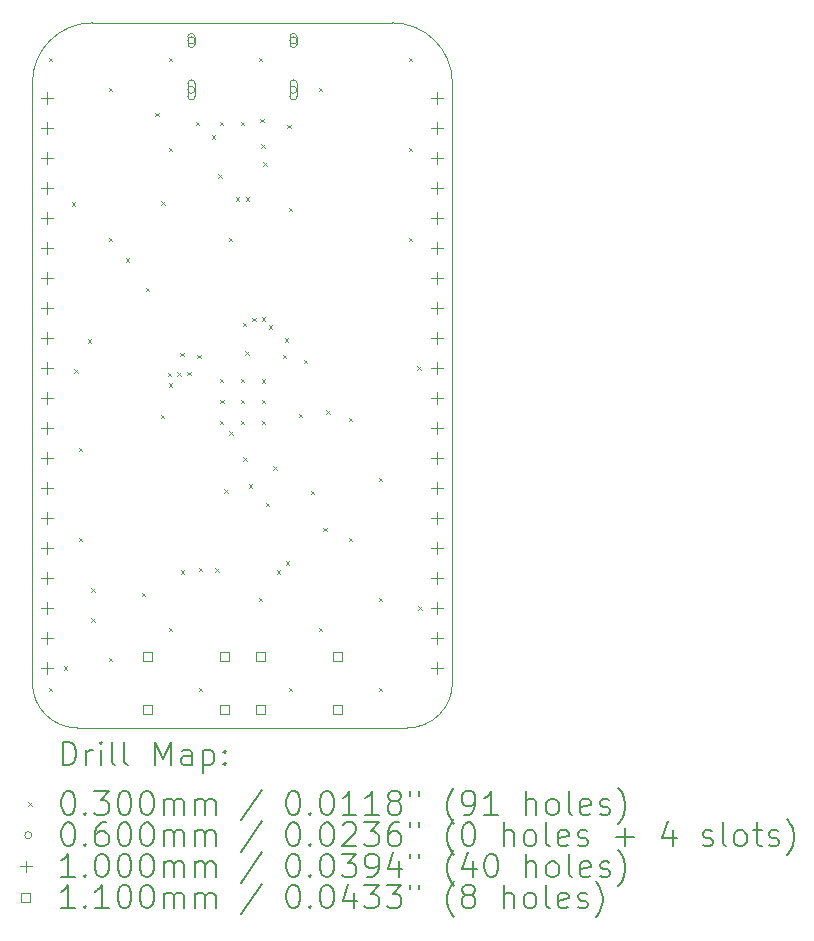
<source format=gbr>
%TF.GenerationSoftware,KiCad,Pcbnew,8.0.4*%
%TF.CreationDate,2024-11-26T16:04:44+06:30*%
%TF.ProjectId,RP2040_DevBoard,52503230-3430-45f4-9465-76426f617264,1.0*%
%TF.SameCoordinates,PX791ddc0PY791ddc0*%
%TF.FileFunction,Drillmap*%
%TF.FilePolarity,Positive*%
%FSLAX45Y45*%
G04 Gerber Fmt 4.5, Leading zero omitted, Abs format (unit mm)*
G04 Created by KiCad (PCBNEW 8.0.4) date 2024-11-26 16:04:44*
%MOMM*%
%LPD*%
G01*
G04 APERTURE LIST*
%ADD10C,0.100000*%
%ADD11C,0.200000*%
%ADD12C,0.110000*%
G04 APERTURE END LIST*
D10*
X381000Y0D02*
X3175000Y0D01*
X0Y5461000D02*
G75*
G02*
X508000Y5969000I508000J0D01*
G01*
X3556000Y381000D02*
X3556000Y5461000D01*
X3048000Y5969000D02*
G75*
G02*
X3556000Y5461000I0J-508000D01*
G01*
X381000Y0D02*
G75*
G02*
X0Y381000I0J381000D01*
G01*
X3556000Y381000D02*
G75*
G02*
X3175000Y0I-381000J0D01*
G01*
X0Y5461000D02*
X0Y381000D01*
X3048000Y5969000D02*
X508000Y5969000D01*
D11*
D10*
X138548Y5675825D02*
X168548Y5645825D01*
X168548Y5675825D02*
X138548Y5645825D01*
X138548Y341825D02*
X168548Y311825D01*
X168548Y341825D02*
X138548Y311825D01*
X264400Y523000D02*
X294400Y493000D01*
X294400Y523000D02*
X264400Y493000D01*
X332980Y4449840D02*
X362980Y4419840D01*
X362980Y4449840D02*
X332980Y4419840D01*
X353300Y3037600D02*
X383300Y3007600D01*
X383300Y3037600D02*
X353300Y3007600D01*
X392548Y2373825D02*
X422548Y2343825D01*
X422548Y2373825D02*
X392548Y2343825D01*
X392548Y1611825D02*
X422548Y1581825D01*
X422548Y1611825D02*
X392548Y1581825D01*
X467600Y3291600D02*
X497600Y3261600D01*
X497600Y3291600D02*
X467600Y3261600D01*
X498080Y1183400D02*
X528080Y1153400D01*
X528080Y1183400D02*
X498080Y1153400D01*
X498080Y929400D02*
X528080Y899400D01*
X528080Y929400D02*
X498080Y899400D01*
X646548Y5421825D02*
X676548Y5391825D01*
X676548Y5421825D02*
X646548Y5391825D01*
X646548Y4151825D02*
X676548Y4121825D01*
X676548Y4151825D02*
X646548Y4121825D01*
X646548Y595825D02*
X676548Y565825D01*
X676548Y595825D02*
X646548Y565825D01*
X789920Y3974860D02*
X819920Y3944860D01*
X819920Y3974860D02*
X789920Y3944860D01*
X924800Y1145300D02*
X954800Y1115300D01*
X954800Y1145300D02*
X924800Y1115300D01*
X960360Y3728480D02*
X990360Y3698480D01*
X990360Y3728480D02*
X960360Y3698480D01*
X1039100Y5209300D02*
X1069100Y5179300D01*
X1069100Y5209300D02*
X1039100Y5179300D01*
X1084820Y2651520D02*
X1114820Y2621520D01*
X1114820Y2651520D02*
X1084820Y2621520D01*
X1089900Y4460000D02*
X1119900Y4430000D01*
X1119900Y4460000D02*
X1089900Y4430000D01*
X1146113Y3007282D02*
X1176113Y2977282D01*
X1176113Y3007282D02*
X1146113Y2977282D01*
X1154545Y2916825D02*
X1184545Y2886825D01*
X1184545Y2916825D02*
X1154545Y2886825D01*
X1154548Y5675825D02*
X1184548Y5645825D01*
X1184548Y5675825D02*
X1154548Y5645825D01*
X1154548Y4913825D02*
X1184548Y4883825D01*
X1184548Y4913825D02*
X1154548Y4883825D01*
X1154548Y849825D02*
X1184548Y819825D01*
X1184548Y849825D02*
X1154548Y819825D01*
X1225966Y3012129D02*
X1255966Y2982129D01*
X1255966Y3012129D02*
X1225966Y2982129D01*
X1251850Y3177869D02*
X1281850Y3147869D01*
X1281850Y3177869D02*
X1251850Y3147869D01*
X1255000Y1335800D02*
X1285000Y1305800D01*
X1285000Y1335800D02*
X1255000Y1305800D01*
X1310880Y3016520D02*
X1340880Y2986520D01*
X1340880Y3016520D02*
X1310880Y2986520D01*
X1382000Y5133100D02*
X1412000Y5103100D01*
X1412000Y5133100D02*
X1382000Y5103100D01*
X1397240Y3159520D02*
X1427240Y3129520D01*
X1427240Y3159520D02*
X1397240Y3129520D01*
X1408548Y1357825D02*
X1438548Y1327825D01*
X1438548Y1357825D02*
X1408548Y1327825D01*
X1408548Y341825D02*
X1438548Y311825D01*
X1438548Y341825D02*
X1408548Y311825D01*
X1519160Y5018800D02*
X1549160Y4988800D01*
X1549160Y5018800D02*
X1519160Y4988800D01*
X1547543Y1353733D02*
X1577543Y1323733D01*
X1577543Y1353733D02*
X1547543Y1323733D01*
X1572500Y4688600D02*
X1602500Y4658600D01*
X1602500Y4688600D02*
X1572500Y4658600D01*
X1585200Y5133100D02*
X1615200Y5103100D01*
X1615200Y5133100D02*
X1585200Y5103100D01*
X1585200Y2956320D02*
X1615200Y2926320D01*
X1615200Y2956320D02*
X1585200Y2926320D01*
X1585200Y2600720D02*
X1615200Y2570720D01*
X1615200Y2600720D02*
X1585200Y2570720D01*
X1590280Y2778520D02*
X1620280Y2748520D01*
X1620280Y2778520D02*
X1590280Y2748520D01*
X1622063Y2019882D02*
X1652063Y1989882D01*
X1652063Y2019882D02*
X1622063Y1989882D01*
X1662548Y4151825D02*
X1692548Y4121825D01*
X1692548Y4151825D02*
X1662548Y4121825D01*
X1664418Y2512142D02*
X1694418Y2482142D01*
X1694418Y2512142D02*
X1664418Y2482142D01*
X1720500Y4493020D02*
X1750500Y4463020D01*
X1750500Y4493020D02*
X1720500Y4463020D01*
X1762550Y5132293D02*
X1792550Y5102293D01*
X1792550Y5132293D02*
X1762550Y5102293D01*
X1763000Y2956320D02*
X1793000Y2926320D01*
X1793000Y2956320D02*
X1763000Y2926320D01*
X1763000Y2778520D02*
X1793000Y2748520D01*
X1793000Y2778520D02*
X1763000Y2748520D01*
X1763000Y2778520D02*
X1793000Y2748520D01*
X1793000Y2778520D02*
X1763000Y2748520D01*
X1763000Y2778520D02*
X1793000Y2748520D01*
X1793000Y2778520D02*
X1763000Y2748520D01*
X1763000Y2600720D02*
X1793000Y2570720D01*
X1793000Y2600720D02*
X1763000Y2570720D01*
X1780780Y3428500D02*
X1810780Y3398500D01*
X1810780Y3428500D02*
X1780780Y3398500D01*
X1783320Y2290840D02*
X1813320Y2260840D01*
X1813320Y2290840D02*
X1783320Y2260840D01*
X1803640Y3190000D02*
X1833640Y3160000D01*
X1833640Y3190000D02*
X1803640Y3160000D01*
X1805500Y4493020D02*
X1835500Y4463020D01*
X1835500Y4493020D02*
X1805500Y4463020D01*
X1831580Y2062240D02*
X1861580Y2032240D01*
X1861580Y2062240D02*
X1831580Y2032240D01*
X1863425Y3473305D02*
X1893425Y3443305D01*
X1893425Y3473305D02*
X1863425Y3443305D01*
X1916548Y5675825D02*
X1946548Y5645825D01*
X1946548Y5675825D02*
X1916548Y5645825D01*
X1916548Y1103825D02*
X1946548Y1073825D01*
X1946548Y1103825D02*
X1916548Y1073825D01*
X1928100Y5158500D02*
X1958100Y5128500D01*
X1958100Y5158500D02*
X1928100Y5128500D01*
X1935720Y4942600D02*
X1965720Y4912600D01*
X1965720Y4942600D02*
X1935720Y4912600D01*
X1940800Y2951240D02*
X1970800Y2921240D01*
X1970800Y2951240D02*
X1940800Y2921240D01*
X1940800Y2778520D02*
X1970800Y2748520D01*
X1970800Y2778520D02*
X1940800Y2748520D01*
X1940800Y2600720D02*
X1970800Y2570720D01*
X1970800Y2600720D02*
X1940800Y2570720D01*
X1943338Y3477035D02*
X1973338Y3447035D01*
X1973338Y3477035D02*
X1943338Y3447035D01*
X1953500Y4790200D02*
X1983500Y4760200D01*
X1983500Y4790200D02*
X1953500Y4760200D01*
X1975090Y1907300D02*
X2005090Y1877300D01*
X2005090Y1907300D02*
X1975090Y1877300D01*
X2001760Y3410980D02*
X2031760Y3380980D01*
X2031760Y3410980D02*
X2001760Y3380980D01*
X2037320Y2214640D02*
X2067320Y2184640D01*
X2067320Y2214640D02*
X2037320Y2184640D01*
X2067800Y1335800D02*
X2097800Y1305800D01*
X2097800Y1335800D02*
X2067800Y1305800D01*
X2118600Y3159520D02*
X2148600Y3129520D01*
X2148600Y3159520D02*
X2118600Y3129520D01*
X2138000Y3299520D02*
X2168000Y3269520D01*
X2168000Y3299520D02*
X2138000Y3269520D01*
X2144000Y1412000D02*
X2174000Y1382000D01*
X2174000Y1412000D02*
X2144000Y1382000D01*
X2156700Y5107700D02*
X2186700Y5077700D01*
X2186700Y5107700D02*
X2156700Y5077700D01*
X2170548Y4405825D02*
X2200548Y4375825D01*
X2200548Y4405825D02*
X2170548Y4375825D01*
X2170548Y341825D02*
X2200548Y311825D01*
X2200548Y341825D02*
X2170548Y311825D01*
X2253192Y2660520D02*
X2283192Y2630520D01*
X2283192Y2660520D02*
X2253192Y2630520D01*
X2297626Y3117226D02*
X2327626Y3087226D01*
X2327626Y3117226D02*
X2297626Y3087226D01*
X2354820Y2006360D02*
X2384820Y1976360D01*
X2384820Y2006360D02*
X2354820Y1976360D01*
X2424548Y5421825D02*
X2454548Y5391825D01*
X2454548Y5421825D02*
X2424548Y5391825D01*
X2424548Y849825D02*
X2454548Y819825D01*
X2454548Y849825D02*
X2424548Y819825D01*
X2464040Y1696480D02*
X2494040Y1666480D01*
X2494040Y1696480D02*
X2464040Y1666480D01*
X2486900Y2689620D02*
X2516900Y2659620D01*
X2516900Y2689620D02*
X2486900Y2659620D01*
X2678548Y2627825D02*
X2708548Y2597825D01*
X2708548Y2627825D02*
X2678548Y2597825D01*
X2678548Y1611825D02*
X2708548Y1581825D01*
X2708548Y1611825D02*
X2678548Y1581825D01*
X2932548Y2119825D02*
X2962548Y2089825D01*
X2962548Y2119825D02*
X2932548Y2089825D01*
X2932548Y1103825D02*
X2962548Y1073825D01*
X2962548Y1103825D02*
X2932548Y1073825D01*
X2932548Y341825D02*
X2962548Y311825D01*
X2962548Y341825D02*
X2932548Y311825D01*
X3186548Y5675825D02*
X3216548Y5645825D01*
X3216548Y5675825D02*
X3186548Y5645825D01*
X3186548Y4913825D02*
X3216548Y4883825D01*
X3216548Y4913825D02*
X3186548Y4883825D01*
X3186548Y4151825D02*
X3216548Y4121825D01*
X3216548Y4151825D02*
X3186548Y4121825D01*
X3256520Y3063000D02*
X3286520Y3033000D01*
X3286520Y3063000D02*
X3256520Y3033000D01*
X3266680Y1031000D02*
X3296680Y1001000D01*
X3296680Y1031000D02*
X3266680Y1001000D01*
X1376000Y5820000D02*
G75*
G02*
X1316000Y5820000I-30000J0D01*
G01*
X1316000Y5820000D02*
G75*
G02*
X1376000Y5820000I30000J0D01*
G01*
X1376000Y5790000D02*
X1376000Y5850000D01*
X1316000Y5850000D02*
G75*
G02*
X1376000Y5850000I30000J0D01*
G01*
X1316000Y5850000D02*
X1316000Y5790000D01*
X1316000Y5790000D02*
G75*
G03*
X1376000Y5790000I30000J0D01*
G01*
X1376000Y5402000D02*
G75*
G02*
X1316000Y5402000I-30000J0D01*
G01*
X1316000Y5402000D02*
G75*
G02*
X1376000Y5402000I30000J0D01*
G01*
X1376000Y5347000D02*
X1376000Y5457000D01*
X1316000Y5457000D02*
G75*
G02*
X1376000Y5457000I30000J0D01*
G01*
X1316000Y5457000D02*
X1316000Y5347000D01*
X1316000Y5347000D02*
G75*
G03*
X1376000Y5347000I30000J0D01*
G01*
X2240000Y5820000D02*
G75*
G02*
X2180000Y5820000I-30000J0D01*
G01*
X2180000Y5820000D02*
G75*
G02*
X2240000Y5820000I30000J0D01*
G01*
X2240000Y5790000D02*
X2240000Y5850000D01*
X2180000Y5850000D02*
G75*
G02*
X2240000Y5850000I30000J0D01*
G01*
X2180000Y5850000D02*
X2180000Y5790000D01*
X2180000Y5790000D02*
G75*
G03*
X2240000Y5790000I30000J0D01*
G01*
X2240000Y5402000D02*
G75*
G02*
X2180000Y5402000I-30000J0D01*
G01*
X2180000Y5402000D02*
G75*
G02*
X2240000Y5402000I30000J0D01*
G01*
X2240000Y5347000D02*
X2240000Y5457000D01*
X2180000Y5457000D02*
G75*
G02*
X2240000Y5457000I30000J0D01*
G01*
X2180000Y5457000D02*
X2180000Y5347000D01*
X2180000Y5347000D02*
G75*
G03*
X2240000Y5347000I30000J0D01*
G01*
X127000Y5384000D02*
X127000Y5284000D01*
X77000Y5334000D02*
X177000Y5334000D01*
X127000Y5130000D02*
X127000Y5030000D01*
X77000Y5080000D02*
X177000Y5080000D01*
X127000Y4876000D02*
X127000Y4776000D01*
X77000Y4826000D02*
X177000Y4826000D01*
X127000Y4622000D02*
X127000Y4522000D01*
X77000Y4572000D02*
X177000Y4572000D01*
X127000Y4368000D02*
X127000Y4268000D01*
X77000Y4318000D02*
X177000Y4318000D01*
X127000Y4114000D02*
X127000Y4014000D01*
X77000Y4064000D02*
X177000Y4064000D01*
X127000Y3860000D02*
X127000Y3760000D01*
X77000Y3810000D02*
X177000Y3810000D01*
X127000Y3606000D02*
X127000Y3506000D01*
X77000Y3556000D02*
X177000Y3556000D01*
X127000Y3352000D02*
X127000Y3252000D01*
X77000Y3302000D02*
X177000Y3302000D01*
X127000Y3098000D02*
X127000Y2998000D01*
X77000Y3048000D02*
X177000Y3048000D01*
X127000Y2844000D02*
X127000Y2744000D01*
X77000Y2794000D02*
X177000Y2794000D01*
X127000Y2590000D02*
X127000Y2490000D01*
X77000Y2540000D02*
X177000Y2540000D01*
X127000Y2336000D02*
X127000Y2236000D01*
X77000Y2286000D02*
X177000Y2286000D01*
X127000Y2082000D02*
X127000Y1982000D01*
X77000Y2032000D02*
X177000Y2032000D01*
X127000Y1828000D02*
X127000Y1728000D01*
X77000Y1778000D02*
X177000Y1778000D01*
X127000Y1574000D02*
X127000Y1474000D01*
X77000Y1524000D02*
X177000Y1524000D01*
X127000Y1320000D02*
X127000Y1220000D01*
X77000Y1270000D02*
X177000Y1270000D01*
X127000Y1066000D02*
X127000Y966000D01*
X77000Y1016000D02*
X177000Y1016000D01*
X127000Y812000D02*
X127000Y712000D01*
X77000Y762000D02*
X177000Y762000D01*
X127000Y558000D02*
X127000Y458000D01*
X77000Y508000D02*
X177000Y508000D01*
X3429000Y5384000D02*
X3429000Y5284000D01*
X3379000Y5334000D02*
X3479000Y5334000D01*
X3429000Y5130000D02*
X3429000Y5030000D01*
X3379000Y5080000D02*
X3479000Y5080000D01*
X3429000Y4876000D02*
X3429000Y4776000D01*
X3379000Y4826000D02*
X3479000Y4826000D01*
X3429000Y4622000D02*
X3429000Y4522000D01*
X3379000Y4572000D02*
X3479000Y4572000D01*
X3429000Y4368000D02*
X3429000Y4268000D01*
X3379000Y4318000D02*
X3479000Y4318000D01*
X3429000Y4114000D02*
X3429000Y4014000D01*
X3379000Y4064000D02*
X3479000Y4064000D01*
X3429000Y3860000D02*
X3429000Y3760000D01*
X3379000Y3810000D02*
X3479000Y3810000D01*
X3429000Y3606000D02*
X3429000Y3506000D01*
X3379000Y3556000D02*
X3479000Y3556000D01*
X3429000Y3352000D02*
X3429000Y3252000D01*
X3379000Y3302000D02*
X3479000Y3302000D01*
X3429000Y3098000D02*
X3429000Y2998000D01*
X3379000Y3048000D02*
X3479000Y3048000D01*
X3429000Y2844000D02*
X3429000Y2744000D01*
X3379000Y2794000D02*
X3479000Y2794000D01*
X3429000Y2590000D02*
X3429000Y2490000D01*
X3379000Y2540000D02*
X3479000Y2540000D01*
X3429000Y2336000D02*
X3429000Y2236000D01*
X3379000Y2286000D02*
X3479000Y2286000D01*
X3429000Y2082000D02*
X3429000Y1982000D01*
X3379000Y2032000D02*
X3479000Y2032000D01*
X3429000Y1828000D02*
X3429000Y1728000D01*
X3379000Y1778000D02*
X3479000Y1778000D01*
X3429000Y1574000D02*
X3429000Y1474000D01*
X3379000Y1524000D02*
X3479000Y1524000D01*
X3429000Y1320000D02*
X3429000Y1220000D01*
X3379000Y1270000D02*
X3479000Y1270000D01*
X3429000Y1066000D02*
X3429000Y966000D01*
X3379000Y1016000D02*
X3479000Y1016000D01*
X3429000Y812000D02*
X3429000Y712000D01*
X3379000Y762000D02*
X3479000Y762000D01*
X3429000Y558000D02*
X3429000Y458000D01*
X3379000Y508000D02*
X3479000Y508000D01*
D12*
X1014371Y565629D02*
X1014371Y643411D01*
X936589Y643411D01*
X936589Y565629D01*
X1014371Y565629D01*
X1014371Y115629D02*
X1014371Y193411D01*
X936589Y193411D01*
X936589Y115629D01*
X1014371Y115629D01*
X1664371Y565629D02*
X1664371Y643411D01*
X1586589Y643411D01*
X1586589Y565629D01*
X1664371Y565629D01*
X1664371Y115629D02*
X1664371Y193411D01*
X1586589Y193411D01*
X1586589Y115629D01*
X1664371Y115629D01*
X1969411Y567109D02*
X1969411Y644891D01*
X1891629Y644891D01*
X1891629Y567109D01*
X1969411Y567109D01*
X1969411Y117109D02*
X1969411Y194891D01*
X1891629Y194891D01*
X1891629Y117109D01*
X1969411Y117109D01*
X2619411Y567109D02*
X2619411Y644891D01*
X2541629Y644891D01*
X2541629Y567109D01*
X2619411Y567109D01*
X2619411Y117109D02*
X2619411Y194891D01*
X2541629Y194891D01*
X2541629Y117109D01*
X2619411Y117109D01*
D11*
X255777Y-316484D02*
X255777Y-116484D01*
X255777Y-116484D02*
X303396Y-116484D01*
X303396Y-116484D02*
X331967Y-126008D01*
X331967Y-126008D02*
X351015Y-145055D01*
X351015Y-145055D02*
X360539Y-164103D01*
X360539Y-164103D02*
X370062Y-202198D01*
X370062Y-202198D02*
X370062Y-230769D01*
X370062Y-230769D02*
X360539Y-268865D01*
X360539Y-268865D02*
X351015Y-287912D01*
X351015Y-287912D02*
X331967Y-306960D01*
X331967Y-306960D02*
X303396Y-316484D01*
X303396Y-316484D02*
X255777Y-316484D01*
X455777Y-316484D02*
X455777Y-183150D01*
X455777Y-221246D02*
X465301Y-202198D01*
X465301Y-202198D02*
X474824Y-192674D01*
X474824Y-192674D02*
X493872Y-183150D01*
X493872Y-183150D02*
X512920Y-183150D01*
X579586Y-316484D02*
X579586Y-183150D01*
X579586Y-116484D02*
X570063Y-126008D01*
X570063Y-126008D02*
X579586Y-135531D01*
X579586Y-135531D02*
X589110Y-126008D01*
X589110Y-126008D02*
X579586Y-116484D01*
X579586Y-116484D02*
X579586Y-135531D01*
X703396Y-316484D02*
X684348Y-306960D01*
X684348Y-306960D02*
X674824Y-287912D01*
X674824Y-287912D02*
X674824Y-116484D01*
X808158Y-316484D02*
X789110Y-306960D01*
X789110Y-306960D02*
X779586Y-287912D01*
X779586Y-287912D02*
X779586Y-116484D01*
X1036729Y-316484D02*
X1036729Y-116484D01*
X1036729Y-116484D02*
X1103396Y-259341D01*
X1103396Y-259341D02*
X1170063Y-116484D01*
X1170063Y-116484D02*
X1170063Y-316484D01*
X1351015Y-316484D02*
X1351015Y-211722D01*
X1351015Y-211722D02*
X1341491Y-192674D01*
X1341491Y-192674D02*
X1322444Y-183150D01*
X1322444Y-183150D02*
X1284348Y-183150D01*
X1284348Y-183150D02*
X1265301Y-192674D01*
X1351015Y-306960D02*
X1331967Y-316484D01*
X1331967Y-316484D02*
X1284348Y-316484D01*
X1284348Y-316484D02*
X1265301Y-306960D01*
X1265301Y-306960D02*
X1255777Y-287912D01*
X1255777Y-287912D02*
X1255777Y-268865D01*
X1255777Y-268865D02*
X1265301Y-249817D01*
X1265301Y-249817D02*
X1284348Y-240293D01*
X1284348Y-240293D02*
X1331967Y-240293D01*
X1331967Y-240293D02*
X1351015Y-230769D01*
X1446253Y-183150D02*
X1446253Y-383150D01*
X1446253Y-192674D02*
X1465301Y-183150D01*
X1465301Y-183150D02*
X1503396Y-183150D01*
X1503396Y-183150D02*
X1522443Y-192674D01*
X1522443Y-192674D02*
X1531967Y-202198D01*
X1531967Y-202198D02*
X1541491Y-221246D01*
X1541491Y-221246D02*
X1541491Y-278389D01*
X1541491Y-278389D02*
X1531967Y-297436D01*
X1531967Y-297436D02*
X1522443Y-306960D01*
X1522443Y-306960D02*
X1503396Y-316484D01*
X1503396Y-316484D02*
X1465301Y-316484D01*
X1465301Y-316484D02*
X1446253Y-306960D01*
X1627205Y-297436D02*
X1636729Y-306960D01*
X1636729Y-306960D02*
X1627205Y-316484D01*
X1627205Y-316484D02*
X1617682Y-306960D01*
X1617682Y-306960D02*
X1627205Y-297436D01*
X1627205Y-297436D02*
X1627205Y-316484D01*
X1627205Y-192674D02*
X1636729Y-202198D01*
X1636729Y-202198D02*
X1627205Y-211722D01*
X1627205Y-211722D02*
X1617682Y-202198D01*
X1617682Y-202198D02*
X1627205Y-192674D01*
X1627205Y-192674D02*
X1627205Y-211722D01*
D10*
X-35000Y-630000D02*
X-5000Y-660000D01*
X-5000Y-630000D02*
X-35000Y-660000D01*
D11*
X293872Y-536484D02*
X312920Y-536484D01*
X312920Y-536484D02*
X331967Y-546008D01*
X331967Y-546008D02*
X341491Y-555531D01*
X341491Y-555531D02*
X351015Y-574579D01*
X351015Y-574579D02*
X360539Y-612674D01*
X360539Y-612674D02*
X360539Y-660293D01*
X360539Y-660293D02*
X351015Y-698389D01*
X351015Y-698389D02*
X341491Y-717436D01*
X341491Y-717436D02*
X331967Y-726960D01*
X331967Y-726960D02*
X312920Y-736484D01*
X312920Y-736484D02*
X293872Y-736484D01*
X293872Y-736484D02*
X274824Y-726960D01*
X274824Y-726960D02*
X265301Y-717436D01*
X265301Y-717436D02*
X255777Y-698389D01*
X255777Y-698389D02*
X246253Y-660293D01*
X246253Y-660293D02*
X246253Y-612674D01*
X246253Y-612674D02*
X255777Y-574579D01*
X255777Y-574579D02*
X265301Y-555531D01*
X265301Y-555531D02*
X274824Y-546008D01*
X274824Y-546008D02*
X293872Y-536484D01*
X446253Y-717436D02*
X455777Y-726960D01*
X455777Y-726960D02*
X446253Y-736484D01*
X446253Y-736484D02*
X436729Y-726960D01*
X436729Y-726960D02*
X446253Y-717436D01*
X446253Y-717436D02*
X446253Y-736484D01*
X522443Y-536484D02*
X646253Y-536484D01*
X646253Y-536484D02*
X579586Y-612674D01*
X579586Y-612674D02*
X608158Y-612674D01*
X608158Y-612674D02*
X627205Y-622198D01*
X627205Y-622198D02*
X636729Y-631722D01*
X636729Y-631722D02*
X646253Y-650770D01*
X646253Y-650770D02*
X646253Y-698389D01*
X646253Y-698389D02*
X636729Y-717436D01*
X636729Y-717436D02*
X627205Y-726960D01*
X627205Y-726960D02*
X608158Y-736484D01*
X608158Y-736484D02*
X551015Y-736484D01*
X551015Y-736484D02*
X531967Y-726960D01*
X531967Y-726960D02*
X522443Y-717436D01*
X770062Y-536484D02*
X789110Y-536484D01*
X789110Y-536484D02*
X808158Y-546008D01*
X808158Y-546008D02*
X817682Y-555531D01*
X817682Y-555531D02*
X827205Y-574579D01*
X827205Y-574579D02*
X836729Y-612674D01*
X836729Y-612674D02*
X836729Y-660293D01*
X836729Y-660293D02*
X827205Y-698389D01*
X827205Y-698389D02*
X817682Y-717436D01*
X817682Y-717436D02*
X808158Y-726960D01*
X808158Y-726960D02*
X789110Y-736484D01*
X789110Y-736484D02*
X770062Y-736484D01*
X770062Y-736484D02*
X751015Y-726960D01*
X751015Y-726960D02*
X741491Y-717436D01*
X741491Y-717436D02*
X731967Y-698389D01*
X731967Y-698389D02*
X722443Y-660293D01*
X722443Y-660293D02*
X722443Y-612674D01*
X722443Y-612674D02*
X731967Y-574579D01*
X731967Y-574579D02*
X741491Y-555531D01*
X741491Y-555531D02*
X751015Y-546008D01*
X751015Y-546008D02*
X770062Y-536484D01*
X960539Y-536484D02*
X979586Y-536484D01*
X979586Y-536484D02*
X998634Y-546008D01*
X998634Y-546008D02*
X1008158Y-555531D01*
X1008158Y-555531D02*
X1017682Y-574579D01*
X1017682Y-574579D02*
X1027205Y-612674D01*
X1027205Y-612674D02*
X1027205Y-660293D01*
X1027205Y-660293D02*
X1017682Y-698389D01*
X1017682Y-698389D02*
X1008158Y-717436D01*
X1008158Y-717436D02*
X998634Y-726960D01*
X998634Y-726960D02*
X979586Y-736484D01*
X979586Y-736484D02*
X960539Y-736484D01*
X960539Y-736484D02*
X941491Y-726960D01*
X941491Y-726960D02*
X931967Y-717436D01*
X931967Y-717436D02*
X922443Y-698389D01*
X922443Y-698389D02*
X912920Y-660293D01*
X912920Y-660293D02*
X912920Y-612674D01*
X912920Y-612674D02*
X922443Y-574579D01*
X922443Y-574579D02*
X931967Y-555531D01*
X931967Y-555531D02*
X941491Y-546008D01*
X941491Y-546008D02*
X960539Y-536484D01*
X1112920Y-736484D02*
X1112920Y-603150D01*
X1112920Y-622198D02*
X1122444Y-612674D01*
X1122444Y-612674D02*
X1141491Y-603150D01*
X1141491Y-603150D02*
X1170063Y-603150D01*
X1170063Y-603150D02*
X1189110Y-612674D01*
X1189110Y-612674D02*
X1198634Y-631722D01*
X1198634Y-631722D02*
X1198634Y-736484D01*
X1198634Y-631722D02*
X1208158Y-612674D01*
X1208158Y-612674D02*
X1227205Y-603150D01*
X1227205Y-603150D02*
X1255777Y-603150D01*
X1255777Y-603150D02*
X1274825Y-612674D01*
X1274825Y-612674D02*
X1284348Y-631722D01*
X1284348Y-631722D02*
X1284348Y-736484D01*
X1379586Y-736484D02*
X1379586Y-603150D01*
X1379586Y-622198D02*
X1389110Y-612674D01*
X1389110Y-612674D02*
X1408158Y-603150D01*
X1408158Y-603150D02*
X1436729Y-603150D01*
X1436729Y-603150D02*
X1455777Y-612674D01*
X1455777Y-612674D02*
X1465301Y-631722D01*
X1465301Y-631722D02*
X1465301Y-736484D01*
X1465301Y-631722D02*
X1474824Y-612674D01*
X1474824Y-612674D02*
X1493872Y-603150D01*
X1493872Y-603150D02*
X1522443Y-603150D01*
X1522443Y-603150D02*
X1541491Y-612674D01*
X1541491Y-612674D02*
X1551015Y-631722D01*
X1551015Y-631722D02*
X1551015Y-736484D01*
X1941491Y-526960D02*
X1770063Y-784103D01*
X2198634Y-536484D02*
X2217682Y-536484D01*
X2217682Y-536484D02*
X2236729Y-546008D01*
X2236729Y-546008D02*
X2246253Y-555531D01*
X2246253Y-555531D02*
X2255777Y-574579D01*
X2255777Y-574579D02*
X2265301Y-612674D01*
X2265301Y-612674D02*
X2265301Y-660293D01*
X2265301Y-660293D02*
X2255777Y-698389D01*
X2255777Y-698389D02*
X2246253Y-717436D01*
X2246253Y-717436D02*
X2236729Y-726960D01*
X2236729Y-726960D02*
X2217682Y-736484D01*
X2217682Y-736484D02*
X2198634Y-736484D01*
X2198634Y-736484D02*
X2179587Y-726960D01*
X2179587Y-726960D02*
X2170063Y-717436D01*
X2170063Y-717436D02*
X2160539Y-698389D01*
X2160539Y-698389D02*
X2151015Y-660293D01*
X2151015Y-660293D02*
X2151015Y-612674D01*
X2151015Y-612674D02*
X2160539Y-574579D01*
X2160539Y-574579D02*
X2170063Y-555531D01*
X2170063Y-555531D02*
X2179587Y-546008D01*
X2179587Y-546008D02*
X2198634Y-536484D01*
X2351015Y-717436D02*
X2360539Y-726960D01*
X2360539Y-726960D02*
X2351015Y-736484D01*
X2351015Y-736484D02*
X2341491Y-726960D01*
X2341491Y-726960D02*
X2351015Y-717436D01*
X2351015Y-717436D02*
X2351015Y-736484D01*
X2484348Y-536484D02*
X2503396Y-536484D01*
X2503396Y-536484D02*
X2522444Y-546008D01*
X2522444Y-546008D02*
X2531968Y-555531D01*
X2531968Y-555531D02*
X2541491Y-574579D01*
X2541491Y-574579D02*
X2551015Y-612674D01*
X2551015Y-612674D02*
X2551015Y-660293D01*
X2551015Y-660293D02*
X2541491Y-698389D01*
X2541491Y-698389D02*
X2531968Y-717436D01*
X2531968Y-717436D02*
X2522444Y-726960D01*
X2522444Y-726960D02*
X2503396Y-736484D01*
X2503396Y-736484D02*
X2484348Y-736484D01*
X2484348Y-736484D02*
X2465301Y-726960D01*
X2465301Y-726960D02*
X2455777Y-717436D01*
X2455777Y-717436D02*
X2446253Y-698389D01*
X2446253Y-698389D02*
X2436729Y-660293D01*
X2436729Y-660293D02*
X2436729Y-612674D01*
X2436729Y-612674D02*
X2446253Y-574579D01*
X2446253Y-574579D02*
X2455777Y-555531D01*
X2455777Y-555531D02*
X2465301Y-546008D01*
X2465301Y-546008D02*
X2484348Y-536484D01*
X2741491Y-736484D02*
X2627206Y-736484D01*
X2684348Y-736484D02*
X2684348Y-536484D01*
X2684348Y-536484D02*
X2665301Y-565055D01*
X2665301Y-565055D02*
X2646253Y-584103D01*
X2646253Y-584103D02*
X2627206Y-593627D01*
X2931967Y-736484D02*
X2817682Y-736484D01*
X2874825Y-736484D02*
X2874825Y-536484D01*
X2874825Y-536484D02*
X2855777Y-565055D01*
X2855777Y-565055D02*
X2836729Y-584103D01*
X2836729Y-584103D02*
X2817682Y-593627D01*
X3046253Y-622198D02*
X3027206Y-612674D01*
X3027206Y-612674D02*
X3017682Y-603150D01*
X3017682Y-603150D02*
X3008158Y-584103D01*
X3008158Y-584103D02*
X3008158Y-574579D01*
X3008158Y-574579D02*
X3017682Y-555531D01*
X3017682Y-555531D02*
X3027206Y-546008D01*
X3027206Y-546008D02*
X3046253Y-536484D01*
X3046253Y-536484D02*
X3084348Y-536484D01*
X3084348Y-536484D02*
X3103396Y-546008D01*
X3103396Y-546008D02*
X3112920Y-555531D01*
X3112920Y-555531D02*
X3122444Y-574579D01*
X3122444Y-574579D02*
X3122444Y-584103D01*
X3122444Y-584103D02*
X3112920Y-603150D01*
X3112920Y-603150D02*
X3103396Y-612674D01*
X3103396Y-612674D02*
X3084348Y-622198D01*
X3084348Y-622198D02*
X3046253Y-622198D01*
X3046253Y-622198D02*
X3027206Y-631722D01*
X3027206Y-631722D02*
X3017682Y-641246D01*
X3017682Y-641246D02*
X3008158Y-660293D01*
X3008158Y-660293D02*
X3008158Y-698389D01*
X3008158Y-698389D02*
X3017682Y-717436D01*
X3017682Y-717436D02*
X3027206Y-726960D01*
X3027206Y-726960D02*
X3046253Y-736484D01*
X3046253Y-736484D02*
X3084348Y-736484D01*
X3084348Y-736484D02*
X3103396Y-726960D01*
X3103396Y-726960D02*
X3112920Y-717436D01*
X3112920Y-717436D02*
X3122444Y-698389D01*
X3122444Y-698389D02*
X3122444Y-660293D01*
X3122444Y-660293D02*
X3112920Y-641246D01*
X3112920Y-641246D02*
X3103396Y-631722D01*
X3103396Y-631722D02*
X3084348Y-622198D01*
X3198634Y-536484D02*
X3198634Y-574579D01*
X3274825Y-536484D02*
X3274825Y-574579D01*
X3570063Y-812674D02*
X3560539Y-803150D01*
X3560539Y-803150D02*
X3541491Y-774579D01*
X3541491Y-774579D02*
X3531968Y-755531D01*
X3531968Y-755531D02*
X3522444Y-726960D01*
X3522444Y-726960D02*
X3512920Y-679341D01*
X3512920Y-679341D02*
X3512920Y-641246D01*
X3512920Y-641246D02*
X3522444Y-593627D01*
X3522444Y-593627D02*
X3531968Y-565055D01*
X3531968Y-565055D02*
X3541491Y-546008D01*
X3541491Y-546008D02*
X3560539Y-517436D01*
X3560539Y-517436D02*
X3570063Y-507912D01*
X3655777Y-736484D02*
X3693872Y-736484D01*
X3693872Y-736484D02*
X3712920Y-726960D01*
X3712920Y-726960D02*
X3722444Y-717436D01*
X3722444Y-717436D02*
X3741491Y-688865D01*
X3741491Y-688865D02*
X3751015Y-650770D01*
X3751015Y-650770D02*
X3751015Y-574579D01*
X3751015Y-574579D02*
X3741491Y-555531D01*
X3741491Y-555531D02*
X3731968Y-546008D01*
X3731968Y-546008D02*
X3712920Y-536484D01*
X3712920Y-536484D02*
X3674825Y-536484D01*
X3674825Y-536484D02*
X3655777Y-546008D01*
X3655777Y-546008D02*
X3646253Y-555531D01*
X3646253Y-555531D02*
X3636729Y-574579D01*
X3636729Y-574579D02*
X3636729Y-622198D01*
X3636729Y-622198D02*
X3646253Y-641246D01*
X3646253Y-641246D02*
X3655777Y-650770D01*
X3655777Y-650770D02*
X3674825Y-660293D01*
X3674825Y-660293D02*
X3712920Y-660293D01*
X3712920Y-660293D02*
X3731968Y-650770D01*
X3731968Y-650770D02*
X3741491Y-641246D01*
X3741491Y-641246D02*
X3751015Y-622198D01*
X3941491Y-736484D02*
X3827206Y-736484D01*
X3884348Y-736484D02*
X3884348Y-536484D01*
X3884348Y-536484D02*
X3865301Y-565055D01*
X3865301Y-565055D02*
X3846253Y-584103D01*
X3846253Y-584103D02*
X3827206Y-593627D01*
X4179587Y-736484D02*
X4179587Y-536484D01*
X4265301Y-736484D02*
X4265301Y-631722D01*
X4265301Y-631722D02*
X4255777Y-612674D01*
X4255777Y-612674D02*
X4236730Y-603150D01*
X4236730Y-603150D02*
X4208158Y-603150D01*
X4208158Y-603150D02*
X4189110Y-612674D01*
X4189110Y-612674D02*
X4179587Y-622198D01*
X4389111Y-736484D02*
X4370063Y-726960D01*
X4370063Y-726960D02*
X4360539Y-717436D01*
X4360539Y-717436D02*
X4351015Y-698389D01*
X4351015Y-698389D02*
X4351015Y-641246D01*
X4351015Y-641246D02*
X4360539Y-622198D01*
X4360539Y-622198D02*
X4370063Y-612674D01*
X4370063Y-612674D02*
X4389111Y-603150D01*
X4389111Y-603150D02*
X4417682Y-603150D01*
X4417682Y-603150D02*
X4436730Y-612674D01*
X4436730Y-612674D02*
X4446253Y-622198D01*
X4446253Y-622198D02*
X4455777Y-641246D01*
X4455777Y-641246D02*
X4455777Y-698389D01*
X4455777Y-698389D02*
X4446253Y-717436D01*
X4446253Y-717436D02*
X4436730Y-726960D01*
X4436730Y-726960D02*
X4417682Y-736484D01*
X4417682Y-736484D02*
X4389111Y-736484D01*
X4570063Y-736484D02*
X4551015Y-726960D01*
X4551015Y-726960D02*
X4541492Y-707912D01*
X4541492Y-707912D02*
X4541492Y-536484D01*
X4722444Y-726960D02*
X4703396Y-736484D01*
X4703396Y-736484D02*
X4665301Y-736484D01*
X4665301Y-736484D02*
X4646253Y-726960D01*
X4646253Y-726960D02*
X4636730Y-707912D01*
X4636730Y-707912D02*
X4636730Y-631722D01*
X4636730Y-631722D02*
X4646253Y-612674D01*
X4646253Y-612674D02*
X4665301Y-603150D01*
X4665301Y-603150D02*
X4703396Y-603150D01*
X4703396Y-603150D02*
X4722444Y-612674D01*
X4722444Y-612674D02*
X4731968Y-631722D01*
X4731968Y-631722D02*
X4731968Y-650770D01*
X4731968Y-650770D02*
X4636730Y-669817D01*
X4808158Y-726960D02*
X4827206Y-736484D01*
X4827206Y-736484D02*
X4865301Y-736484D01*
X4865301Y-736484D02*
X4884349Y-726960D01*
X4884349Y-726960D02*
X4893873Y-707912D01*
X4893873Y-707912D02*
X4893873Y-698389D01*
X4893873Y-698389D02*
X4884349Y-679341D01*
X4884349Y-679341D02*
X4865301Y-669817D01*
X4865301Y-669817D02*
X4836730Y-669817D01*
X4836730Y-669817D02*
X4817682Y-660293D01*
X4817682Y-660293D02*
X4808158Y-641246D01*
X4808158Y-641246D02*
X4808158Y-631722D01*
X4808158Y-631722D02*
X4817682Y-612674D01*
X4817682Y-612674D02*
X4836730Y-603150D01*
X4836730Y-603150D02*
X4865301Y-603150D01*
X4865301Y-603150D02*
X4884349Y-612674D01*
X4960539Y-812674D02*
X4970063Y-803150D01*
X4970063Y-803150D02*
X4989111Y-774579D01*
X4989111Y-774579D02*
X4998634Y-755531D01*
X4998634Y-755531D02*
X5008158Y-726960D01*
X5008158Y-726960D02*
X5017682Y-679341D01*
X5017682Y-679341D02*
X5017682Y-641246D01*
X5017682Y-641246D02*
X5008158Y-593627D01*
X5008158Y-593627D02*
X4998634Y-565055D01*
X4998634Y-565055D02*
X4989111Y-546008D01*
X4989111Y-546008D02*
X4970063Y-517436D01*
X4970063Y-517436D02*
X4960539Y-507912D01*
D10*
X-5000Y-909000D02*
G75*
G02*
X-65000Y-909000I-30000J0D01*
G01*
X-65000Y-909000D02*
G75*
G02*
X-5000Y-909000I30000J0D01*
G01*
D11*
X293872Y-800484D02*
X312920Y-800484D01*
X312920Y-800484D02*
X331967Y-810008D01*
X331967Y-810008D02*
X341491Y-819531D01*
X341491Y-819531D02*
X351015Y-838579D01*
X351015Y-838579D02*
X360539Y-876674D01*
X360539Y-876674D02*
X360539Y-924293D01*
X360539Y-924293D02*
X351015Y-962388D01*
X351015Y-962388D02*
X341491Y-981436D01*
X341491Y-981436D02*
X331967Y-990960D01*
X331967Y-990960D02*
X312920Y-1000484D01*
X312920Y-1000484D02*
X293872Y-1000484D01*
X293872Y-1000484D02*
X274824Y-990960D01*
X274824Y-990960D02*
X265301Y-981436D01*
X265301Y-981436D02*
X255777Y-962388D01*
X255777Y-962388D02*
X246253Y-924293D01*
X246253Y-924293D02*
X246253Y-876674D01*
X246253Y-876674D02*
X255777Y-838579D01*
X255777Y-838579D02*
X265301Y-819531D01*
X265301Y-819531D02*
X274824Y-810008D01*
X274824Y-810008D02*
X293872Y-800484D01*
X446253Y-981436D02*
X455777Y-990960D01*
X455777Y-990960D02*
X446253Y-1000484D01*
X446253Y-1000484D02*
X436729Y-990960D01*
X436729Y-990960D02*
X446253Y-981436D01*
X446253Y-981436D02*
X446253Y-1000484D01*
X627205Y-800484D02*
X589110Y-800484D01*
X589110Y-800484D02*
X570063Y-810008D01*
X570063Y-810008D02*
X560539Y-819531D01*
X560539Y-819531D02*
X541491Y-848103D01*
X541491Y-848103D02*
X531967Y-886198D01*
X531967Y-886198D02*
X531967Y-962388D01*
X531967Y-962388D02*
X541491Y-981436D01*
X541491Y-981436D02*
X551015Y-990960D01*
X551015Y-990960D02*
X570063Y-1000484D01*
X570063Y-1000484D02*
X608158Y-1000484D01*
X608158Y-1000484D02*
X627205Y-990960D01*
X627205Y-990960D02*
X636729Y-981436D01*
X636729Y-981436D02*
X646253Y-962388D01*
X646253Y-962388D02*
X646253Y-914769D01*
X646253Y-914769D02*
X636729Y-895722D01*
X636729Y-895722D02*
X627205Y-886198D01*
X627205Y-886198D02*
X608158Y-876674D01*
X608158Y-876674D02*
X570063Y-876674D01*
X570063Y-876674D02*
X551015Y-886198D01*
X551015Y-886198D02*
X541491Y-895722D01*
X541491Y-895722D02*
X531967Y-914769D01*
X770062Y-800484D02*
X789110Y-800484D01*
X789110Y-800484D02*
X808158Y-810008D01*
X808158Y-810008D02*
X817682Y-819531D01*
X817682Y-819531D02*
X827205Y-838579D01*
X827205Y-838579D02*
X836729Y-876674D01*
X836729Y-876674D02*
X836729Y-924293D01*
X836729Y-924293D02*
X827205Y-962388D01*
X827205Y-962388D02*
X817682Y-981436D01*
X817682Y-981436D02*
X808158Y-990960D01*
X808158Y-990960D02*
X789110Y-1000484D01*
X789110Y-1000484D02*
X770062Y-1000484D01*
X770062Y-1000484D02*
X751015Y-990960D01*
X751015Y-990960D02*
X741491Y-981436D01*
X741491Y-981436D02*
X731967Y-962388D01*
X731967Y-962388D02*
X722443Y-924293D01*
X722443Y-924293D02*
X722443Y-876674D01*
X722443Y-876674D02*
X731967Y-838579D01*
X731967Y-838579D02*
X741491Y-819531D01*
X741491Y-819531D02*
X751015Y-810008D01*
X751015Y-810008D02*
X770062Y-800484D01*
X960539Y-800484D02*
X979586Y-800484D01*
X979586Y-800484D02*
X998634Y-810008D01*
X998634Y-810008D02*
X1008158Y-819531D01*
X1008158Y-819531D02*
X1017682Y-838579D01*
X1017682Y-838579D02*
X1027205Y-876674D01*
X1027205Y-876674D02*
X1027205Y-924293D01*
X1027205Y-924293D02*
X1017682Y-962388D01*
X1017682Y-962388D02*
X1008158Y-981436D01*
X1008158Y-981436D02*
X998634Y-990960D01*
X998634Y-990960D02*
X979586Y-1000484D01*
X979586Y-1000484D02*
X960539Y-1000484D01*
X960539Y-1000484D02*
X941491Y-990960D01*
X941491Y-990960D02*
X931967Y-981436D01*
X931967Y-981436D02*
X922443Y-962388D01*
X922443Y-962388D02*
X912920Y-924293D01*
X912920Y-924293D02*
X912920Y-876674D01*
X912920Y-876674D02*
X922443Y-838579D01*
X922443Y-838579D02*
X931967Y-819531D01*
X931967Y-819531D02*
X941491Y-810008D01*
X941491Y-810008D02*
X960539Y-800484D01*
X1112920Y-1000484D02*
X1112920Y-867150D01*
X1112920Y-886198D02*
X1122444Y-876674D01*
X1122444Y-876674D02*
X1141491Y-867150D01*
X1141491Y-867150D02*
X1170063Y-867150D01*
X1170063Y-867150D02*
X1189110Y-876674D01*
X1189110Y-876674D02*
X1198634Y-895722D01*
X1198634Y-895722D02*
X1198634Y-1000484D01*
X1198634Y-895722D02*
X1208158Y-876674D01*
X1208158Y-876674D02*
X1227205Y-867150D01*
X1227205Y-867150D02*
X1255777Y-867150D01*
X1255777Y-867150D02*
X1274825Y-876674D01*
X1274825Y-876674D02*
X1284348Y-895722D01*
X1284348Y-895722D02*
X1284348Y-1000484D01*
X1379586Y-1000484D02*
X1379586Y-867150D01*
X1379586Y-886198D02*
X1389110Y-876674D01*
X1389110Y-876674D02*
X1408158Y-867150D01*
X1408158Y-867150D02*
X1436729Y-867150D01*
X1436729Y-867150D02*
X1455777Y-876674D01*
X1455777Y-876674D02*
X1465301Y-895722D01*
X1465301Y-895722D02*
X1465301Y-1000484D01*
X1465301Y-895722D02*
X1474824Y-876674D01*
X1474824Y-876674D02*
X1493872Y-867150D01*
X1493872Y-867150D02*
X1522443Y-867150D01*
X1522443Y-867150D02*
X1541491Y-876674D01*
X1541491Y-876674D02*
X1551015Y-895722D01*
X1551015Y-895722D02*
X1551015Y-1000484D01*
X1941491Y-790960D02*
X1770063Y-1048103D01*
X2198634Y-800484D02*
X2217682Y-800484D01*
X2217682Y-800484D02*
X2236729Y-810008D01*
X2236729Y-810008D02*
X2246253Y-819531D01*
X2246253Y-819531D02*
X2255777Y-838579D01*
X2255777Y-838579D02*
X2265301Y-876674D01*
X2265301Y-876674D02*
X2265301Y-924293D01*
X2265301Y-924293D02*
X2255777Y-962388D01*
X2255777Y-962388D02*
X2246253Y-981436D01*
X2246253Y-981436D02*
X2236729Y-990960D01*
X2236729Y-990960D02*
X2217682Y-1000484D01*
X2217682Y-1000484D02*
X2198634Y-1000484D01*
X2198634Y-1000484D02*
X2179587Y-990960D01*
X2179587Y-990960D02*
X2170063Y-981436D01*
X2170063Y-981436D02*
X2160539Y-962388D01*
X2160539Y-962388D02*
X2151015Y-924293D01*
X2151015Y-924293D02*
X2151015Y-876674D01*
X2151015Y-876674D02*
X2160539Y-838579D01*
X2160539Y-838579D02*
X2170063Y-819531D01*
X2170063Y-819531D02*
X2179587Y-810008D01*
X2179587Y-810008D02*
X2198634Y-800484D01*
X2351015Y-981436D02*
X2360539Y-990960D01*
X2360539Y-990960D02*
X2351015Y-1000484D01*
X2351015Y-1000484D02*
X2341491Y-990960D01*
X2341491Y-990960D02*
X2351015Y-981436D01*
X2351015Y-981436D02*
X2351015Y-1000484D01*
X2484348Y-800484D02*
X2503396Y-800484D01*
X2503396Y-800484D02*
X2522444Y-810008D01*
X2522444Y-810008D02*
X2531968Y-819531D01*
X2531968Y-819531D02*
X2541491Y-838579D01*
X2541491Y-838579D02*
X2551015Y-876674D01*
X2551015Y-876674D02*
X2551015Y-924293D01*
X2551015Y-924293D02*
X2541491Y-962388D01*
X2541491Y-962388D02*
X2531968Y-981436D01*
X2531968Y-981436D02*
X2522444Y-990960D01*
X2522444Y-990960D02*
X2503396Y-1000484D01*
X2503396Y-1000484D02*
X2484348Y-1000484D01*
X2484348Y-1000484D02*
X2465301Y-990960D01*
X2465301Y-990960D02*
X2455777Y-981436D01*
X2455777Y-981436D02*
X2446253Y-962388D01*
X2446253Y-962388D02*
X2436729Y-924293D01*
X2436729Y-924293D02*
X2436729Y-876674D01*
X2436729Y-876674D02*
X2446253Y-838579D01*
X2446253Y-838579D02*
X2455777Y-819531D01*
X2455777Y-819531D02*
X2465301Y-810008D01*
X2465301Y-810008D02*
X2484348Y-800484D01*
X2627206Y-819531D02*
X2636729Y-810008D01*
X2636729Y-810008D02*
X2655777Y-800484D01*
X2655777Y-800484D02*
X2703396Y-800484D01*
X2703396Y-800484D02*
X2722444Y-810008D01*
X2722444Y-810008D02*
X2731968Y-819531D01*
X2731968Y-819531D02*
X2741491Y-838579D01*
X2741491Y-838579D02*
X2741491Y-857627D01*
X2741491Y-857627D02*
X2731968Y-886198D01*
X2731968Y-886198D02*
X2617682Y-1000484D01*
X2617682Y-1000484D02*
X2741491Y-1000484D01*
X2808158Y-800484D02*
X2931967Y-800484D01*
X2931967Y-800484D02*
X2865301Y-876674D01*
X2865301Y-876674D02*
X2893872Y-876674D01*
X2893872Y-876674D02*
X2912920Y-886198D01*
X2912920Y-886198D02*
X2922444Y-895722D01*
X2922444Y-895722D02*
X2931967Y-914769D01*
X2931967Y-914769D02*
X2931967Y-962388D01*
X2931967Y-962388D02*
X2922444Y-981436D01*
X2922444Y-981436D02*
X2912920Y-990960D01*
X2912920Y-990960D02*
X2893872Y-1000484D01*
X2893872Y-1000484D02*
X2836729Y-1000484D01*
X2836729Y-1000484D02*
X2817682Y-990960D01*
X2817682Y-990960D02*
X2808158Y-981436D01*
X3103396Y-800484D02*
X3065301Y-800484D01*
X3065301Y-800484D02*
X3046253Y-810008D01*
X3046253Y-810008D02*
X3036729Y-819531D01*
X3036729Y-819531D02*
X3017682Y-848103D01*
X3017682Y-848103D02*
X3008158Y-886198D01*
X3008158Y-886198D02*
X3008158Y-962388D01*
X3008158Y-962388D02*
X3017682Y-981436D01*
X3017682Y-981436D02*
X3027206Y-990960D01*
X3027206Y-990960D02*
X3046253Y-1000484D01*
X3046253Y-1000484D02*
X3084348Y-1000484D01*
X3084348Y-1000484D02*
X3103396Y-990960D01*
X3103396Y-990960D02*
X3112920Y-981436D01*
X3112920Y-981436D02*
X3122444Y-962388D01*
X3122444Y-962388D02*
X3122444Y-914769D01*
X3122444Y-914769D02*
X3112920Y-895722D01*
X3112920Y-895722D02*
X3103396Y-886198D01*
X3103396Y-886198D02*
X3084348Y-876674D01*
X3084348Y-876674D02*
X3046253Y-876674D01*
X3046253Y-876674D02*
X3027206Y-886198D01*
X3027206Y-886198D02*
X3017682Y-895722D01*
X3017682Y-895722D02*
X3008158Y-914769D01*
X3198634Y-800484D02*
X3198634Y-838579D01*
X3274825Y-800484D02*
X3274825Y-838579D01*
X3570063Y-1076674D02*
X3560539Y-1067150D01*
X3560539Y-1067150D02*
X3541491Y-1038579D01*
X3541491Y-1038579D02*
X3531968Y-1019531D01*
X3531968Y-1019531D02*
X3522444Y-990960D01*
X3522444Y-990960D02*
X3512920Y-943341D01*
X3512920Y-943341D02*
X3512920Y-905246D01*
X3512920Y-905246D02*
X3522444Y-857627D01*
X3522444Y-857627D02*
X3531968Y-829055D01*
X3531968Y-829055D02*
X3541491Y-810008D01*
X3541491Y-810008D02*
X3560539Y-781436D01*
X3560539Y-781436D02*
X3570063Y-771912D01*
X3684348Y-800484D02*
X3703396Y-800484D01*
X3703396Y-800484D02*
X3722444Y-810008D01*
X3722444Y-810008D02*
X3731968Y-819531D01*
X3731968Y-819531D02*
X3741491Y-838579D01*
X3741491Y-838579D02*
X3751015Y-876674D01*
X3751015Y-876674D02*
X3751015Y-924293D01*
X3751015Y-924293D02*
X3741491Y-962388D01*
X3741491Y-962388D02*
X3731968Y-981436D01*
X3731968Y-981436D02*
X3722444Y-990960D01*
X3722444Y-990960D02*
X3703396Y-1000484D01*
X3703396Y-1000484D02*
X3684348Y-1000484D01*
X3684348Y-1000484D02*
X3665301Y-990960D01*
X3665301Y-990960D02*
X3655777Y-981436D01*
X3655777Y-981436D02*
X3646253Y-962388D01*
X3646253Y-962388D02*
X3636729Y-924293D01*
X3636729Y-924293D02*
X3636729Y-876674D01*
X3636729Y-876674D02*
X3646253Y-838579D01*
X3646253Y-838579D02*
X3655777Y-819531D01*
X3655777Y-819531D02*
X3665301Y-810008D01*
X3665301Y-810008D02*
X3684348Y-800484D01*
X3989110Y-1000484D02*
X3989110Y-800484D01*
X4074825Y-1000484D02*
X4074825Y-895722D01*
X4074825Y-895722D02*
X4065301Y-876674D01*
X4065301Y-876674D02*
X4046253Y-867150D01*
X4046253Y-867150D02*
X4017682Y-867150D01*
X4017682Y-867150D02*
X3998634Y-876674D01*
X3998634Y-876674D02*
X3989110Y-886198D01*
X4198634Y-1000484D02*
X4179587Y-990960D01*
X4179587Y-990960D02*
X4170063Y-981436D01*
X4170063Y-981436D02*
X4160539Y-962388D01*
X4160539Y-962388D02*
X4160539Y-905246D01*
X4160539Y-905246D02*
X4170063Y-886198D01*
X4170063Y-886198D02*
X4179587Y-876674D01*
X4179587Y-876674D02*
X4198634Y-867150D01*
X4198634Y-867150D02*
X4227206Y-867150D01*
X4227206Y-867150D02*
X4246253Y-876674D01*
X4246253Y-876674D02*
X4255777Y-886198D01*
X4255777Y-886198D02*
X4265301Y-905246D01*
X4265301Y-905246D02*
X4265301Y-962388D01*
X4265301Y-962388D02*
X4255777Y-981436D01*
X4255777Y-981436D02*
X4246253Y-990960D01*
X4246253Y-990960D02*
X4227206Y-1000484D01*
X4227206Y-1000484D02*
X4198634Y-1000484D01*
X4379587Y-1000484D02*
X4360539Y-990960D01*
X4360539Y-990960D02*
X4351015Y-971912D01*
X4351015Y-971912D02*
X4351015Y-800484D01*
X4531968Y-990960D02*
X4512920Y-1000484D01*
X4512920Y-1000484D02*
X4474825Y-1000484D01*
X4474825Y-1000484D02*
X4455777Y-990960D01*
X4455777Y-990960D02*
X4446253Y-971912D01*
X4446253Y-971912D02*
X4446253Y-895722D01*
X4446253Y-895722D02*
X4455777Y-876674D01*
X4455777Y-876674D02*
X4474825Y-867150D01*
X4474825Y-867150D02*
X4512920Y-867150D01*
X4512920Y-867150D02*
X4531968Y-876674D01*
X4531968Y-876674D02*
X4541492Y-895722D01*
X4541492Y-895722D02*
X4541492Y-914769D01*
X4541492Y-914769D02*
X4446253Y-933817D01*
X4617682Y-990960D02*
X4636730Y-1000484D01*
X4636730Y-1000484D02*
X4674825Y-1000484D01*
X4674825Y-1000484D02*
X4693873Y-990960D01*
X4693873Y-990960D02*
X4703396Y-971912D01*
X4703396Y-971912D02*
X4703396Y-962388D01*
X4703396Y-962388D02*
X4693873Y-943341D01*
X4693873Y-943341D02*
X4674825Y-933817D01*
X4674825Y-933817D02*
X4646253Y-933817D01*
X4646253Y-933817D02*
X4627206Y-924293D01*
X4627206Y-924293D02*
X4617682Y-905246D01*
X4617682Y-905246D02*
X4617682Y-895722D01*
X4617682Y-895722D02*
X4627206Y-876674D01*
X4627206Y-876674D02*
X4646253Y-867150D01*
X4646253Y-867150D02*
X4674825Y-867150D01*
X4674825Y-867150D02*
X4693873Y-876674D01*
X4941492Y-924293D02*
X5093873Y-924293D01*
X5017682Y-1000484D02*
X5017682Y-848103D01*
X5427206Y-867150D02*
X5427206Y-1000484D01*
X5379587Y-790960D02*
X5331968Y-933817D01*
X5331968Y-933817D02*
X5455777Y-933817D01*
X5674825Y-990960D02*
X5693873Y-1000484D01*
X5693873Y-1000484D02*
X5731968Y-1000484D01*
X5731968Y-1000484D02*
X5751015Y-990960D01*
X5751015Y-990960D02*
X5760539Y-971912D01*
X5760539Y-971912D02*
X5760539Y-962388D01*
X5760539Y-962388D02*
X5751015Y-943341D01*
X5751015Y-943341D02*
X5731968Y-933817D01*
X5731968Y-933817D02*
X5703396Y-933817D01*
X5703396Y-933817D02*
X5684349Y-924293D01*
X5684349Y-924293D02*
X5674825Y-905246D01*
X5674825Y-905246D02*
X5674825Y-895722D01*
X5674825Y-895722D02*
X5684349Y-876674D01*
X5684349Y-876674D02*
X5703396Y-867150D01*
X5703396Y-867150D02*
X5731968Y-867150D01*
X5731968Y-867150D02*
X5751015Y-876674D01*
X5874825Y-1000484D02*
X5855777Y-990960D01*
X5855777Y-990960D02*
X5846254Y-971912D01*
X5846254Y-971912D02*
X5846254Y-800484D01*
X5979587Y-1000484D02*
X5960539Y-990960D01*
X5960539Y-990960D02*
X5951015Y-981436D01*
X5951015Y-981436D02*
X5941492Y-962388D01*
X5941492Y-962388D02*
X5941492Y-905246D01*
X5941492Y-905246D02*
X5951015Y-886198D01*
X5951015Y-886198D02*
X5960539Y-876674D01*
X5960539Y-876674D02*
X5979587Y-867150D01*
X5979587Y-867150D02*
X6008158Y-867150D01*
X6008158Y-867150D02*
X6027206Y-876674D01*
X6027206Y-876674D02*
X6036730Y-886198D01*
X6036730Y-886198D02*
X6046254Y-905246D01*
X6046254Y-905246D02*
X6046254Y-962388D01*
X6046254Y-962388D02*
X6036730Y-981436D01*
X6036730Y-981436D02*
X6027206Y-990960D01*
X6027206Y-990960D02*
X6008158Y-1000484D01*
X6008158Y-1000484D02*
X5979587Y-1000484D01*
X6103396Y-867150D02*
X6179587Y-867150D01*
X6131968Y-800484D02*
X6131968Y-971912D01*
X6131968Y-971912D02*
X6141492Y-990960D01*
X6141492Y-990960D02*
X6160539Y-1000484D01*
X6160539Y-1000484D02*
X6179587Y-1000484D01*
X6236730Y-990960D02*
X6255777Y-1000484D01*
X6255777Y-1000484D02*
X6293873Y-1000484D01*
X6293873Y-1000484D02*
X6312920Y-990960D01*
X6312920Y-990960D02*
X6322444Y-971912D01*
X6322444Y-971912D02*
X6322444Y-962388D01*
X6322444Y-962388D02*
X6312920Y-943341D01*
X6312920Y-943341D02*
X6293873Y-933817D01*
X6293873Y-933817D02*
X6265301Y-933817D01*
X6265301Y-933817D02*
X6246254Y-924293D01*
X6246254Y-924293D02*
X6236730Y-905246D01*
X6236730Y-905246D02*
X6236730Y-895722D01*
X6236730Y-895722D02*
X6246254Y-876674D01*
X6246254Y-876674D02*
X6265301Y-867150D01*
X6265301Y-867150D02*
X6293873Y-867150D01*
X6293873Y-867150D02*
X6312920Y-876674D01*
X6389111Y-1076674D02*
X6398635Y-1067150D01*
X6398635Y-1067150D02*
X6417682Y-1038579D01*
X6417682Y-1038579D02*
X6427206Y-1019531D01*
X6427206Y-1019531D02*
X6436730Y-990960D01*
X6436730Y-990960D02*
X6446254Y-943341D01*
X6446254Y-943341D02*
X6446254Y-905246D01*
X6446254Y-905246D02*
X6436730Y-857627D01*
X6436730Y-857627D02*
X6427206Y-829055D01*
X6427206Y-829055D02*
X6417682Y-810008D01*
X6417682Y-810008D02*
X6398635Y-781436D01*
X6398635Y-781436D02*
X6389111Y-771912D01*
D10*
X-55000Y-1123000D02*
X-55000Y-1223000D01*
X-105000Y-1173000D02*
X-5000Y-1173000D01*
D11*
X360539Y-1264484D02*
X246253Y-1264484D01*
X303396Y-1264484D02*
X303396Y-1064484D01*
X303396Y-1064484D02*
X284348Y-1093055D01*
X284348Y-1093055D02*
X265301Y-1112103D01*
X265301Y-1112103D02*
X246253Y-1121627D01*
X446253Y-1245436D02*
X455777Y-1254960D01*
X455777Y-1254960D02*
X446253Y-1264484D01*
X446253Y-1264484D02*
X436729Y-1254960D01*
X436729Y-1254960D02*
X446253Y-1245436D01*
X446253Y-1245436D02*
X446253Y-1264484D01*
X579586Y-1064484D02*
X598634Y-1064484D01*
X598634Y-1064484D02*
X617682Y-1074008D01*
X617682Y-1074008D02*
X627205Y-1083531D01*
X627205Y-1083531D02*
X636729Y-1102579D01*
X636729Y-1102579D02*
X646253Y-1140674D01*
X646253Y-1140674D02*
X646253Y-1188293D01*
X646253Y-1188293D02*
X636729Y-1226389D01*
X636729Y-1226389D02*
X627205Y-1245436D01*
X627205Y-1245436D02*
X617682Y-1254960D01*
X617682Y-1254960D02*
X598634Y-1264484D01*
X598634Y-1264484D02*
X579586Y-1264484D01*
X579586Y-1264484D02*
X560539Y-1254960D01*
X560539Y-1254960D02*
X551015Y-1245436D01*
X551015Y-1245436D02*
X541491Y-1226389D01*
X541491Y-1226389D02*
X531967Y-1188293D01*
X531967Y-1188293D02*
X531967Y-1140674D01*
X531967Y-1140674D02*
X541491Y-1102579D01*
X541491Y-1102579D02*
X551015Y-1083531D01*
X551015Y-1083531D02*
X560539Y-1074008D01*
X560539Y-1074008D02*
X579586Y-1064484D01*
X770062Y-1064484D02*
X789110Y-1064484D01*
X789110Y-1064484D02*
X808158Y-1074008D01*
X808158Y-1074008D02*
X817682Y-1083531D01*
X817682Y-1083531D02*
X827205Y-1102579D01*
X827205Y-1102579D02*
X836729Y-1140674D01*
X836729Y-1140674D02*
X836729Y-1188293D01*
X836729Y-1188293D02*
X827205Y-1226389D01*
X827205Y-1226389D02*
X817682Y-1245436D01*
X817682Y-1245436D02*
X808158Y-1254960D01*
X808158Y-1254960D02*
X789110Y-1264484D01*
X789110Y-1264484D02*
X770062Y-1264484D01*
X770062Y-1264484D02*
X751015Y-1254960D01*
X751015Y-1254960D02*
X741491Y-1245436D01*
X741491Y-1245436D02*
X731967Y-1226389D01*
X731967Y-1226389D02*
X722443Y-1188293D01*
X722443Y-1188293D02*
X722443Y-1140674D01*
X722443Y-1140674D02*
X731967Y-1102579D01*
X731967Y-1102579D02*
X741491Y-1083531D01*
X741491Y-1083531D02*
X751015Y-1074008D01*
X751015Y-1074008D02*
X770062Y-1064484D01*
X960539Y-1064484D02*
X979586Y-1064484D01*
X979586Y-1064484D02*
X998634Y-1074008D01*
X998634Y-1074008D02*
X1008158Y-1083531D01*
X1008158Y-1083531D02*
X1017682Y-1102579D01*
X1017682Y-1102579D02*
X1027205Y-1140674D01*
X1027205Y-1140674D02*
X1027205Y-1188293D01*
X1027205Y-1188293D02*
X1017682Y-1226389D01*
X1017682Y-1226389D02*
X1008158Y-1245436D01*
X1008158Y-1245436D02*
X998634Y-1254960D01*
X998634Y-1254960D02*
X979586Y-1264484D01*
X979586Y-1264484D02*
X960539Y-1264484D01*
X960539Y-1264484D02*
X941491Y-1254960D01*
X941491Y-1254960D02*
X931967Y-1245436D01*
X931967Y-1245436D02*
X922443Y-1226389D01*
X922443Y-1226389D02*
X912920Y-1188293D01*
X912920Y-1188293D02*
X912920Y-1140674D01*
X912920Y-1140674D02*
X922443Y-1102579D01*
X922443Y-1102579D02*
X931967Y-1083531D01*
X931967Y-1083531D02*
X941491Y-1074008D01*
X941491Y-1074008D02*
X960539Y-1064484D01*
X1112920Y-1264484D02*
X1112920Y-1131150D01*
X1112920Y-1150198D02*
X1122444Y-1140674D01*
X1122444Y-1140674D02*
X1141491Y-1131150D01*
X1141491Y-1131150D02*
X1170063Y-1131150D01*
X1170063Y-1131150D02*
X1189110Y-1140674D01*
X1189110Y-1140674D02*
X1198634Y-1159722D01*
X1198634Y-1159722D02*
X1198634Y-1264484D01*
X1198634Y-1159722D02*
X1208158Y-1140674D01*
X1208158Y-1140674D02*
X1227205Y-1131150D01*
X1227205Y-1131150D02*
X1255777Y-1131150D01*
X1255777Y-1131150D02*
X1274825Y-1140674D01*
X1274825Y-1140674D02*
X1284348Y-1159722D01*
X1284348Y-1159722D02*
X1284348Y-1264484D01*
X1379586Y-1264484D02*
X1379586Y-1131150D01*
X1379586Y-1150198D02*
X1389110Y-1140674D01*
X1389110Y-1140674D02*
X1408158Y-1131150D01*
X1408158Y-1131150D02*
X1436729Y-1131150D01*
X1436729Y-1131150D02*
X1455777Y-1140674D01*
X1455777Y-1140674D02*
X1465301Y-1159722D01*
X1465301Y-1159722D02*
X1465301Y-1264484D01*
X1465301Y-1159722D02*
X1474824Y-1140674D01*
X1474824Y-1140674D02*
X1493872Y-1131150D01*
X1493872Y-1131150D02*
X1522443Y-1131150D01*
X1522443Y-1131150D02*
X1541491Y-1140674D01*
X1541491Y-1140674D02*
X1551015Y-1159722D01*
X1551015Y-1159722D02*
X1551015Y-1264484D01*
X1941491Y-1054960D02*
X1770063Y-1312103D01*
X2198634Y-1064484D02*
X2217682Y-1064484D01*
X2217682Y-1064484D02*
X2236729Y-1074008D01*
X2236729Y-1074008D02*
X2246253Y-1083531D01*
X2246253Y-1083531D02*
X2255777Y-1102579D01*
X2255777Y-1102579D02*
X2265301Y-1140674D01*
X2265301Y-1140674D02*
X2265301Y-1188293D01*
X2265301Y-1188293D02*
X2255777Y-1226389D01*
X2255777Y-1226389D02*
X2246253Y-1245436D01*
X2246253Y-1245436D02*
X2236729Y-1254960D01*
X2236729Y-1254960D02*
X2217682Y-1264484D01*
X2217682Y-1264484D02*
X2198634Y-1264484D01*
X2198634Y-1264484D02*
X2179587Y-1254960D01*
X2179587Y-1254960D02*
X2170063Y-1245436D01*
X2170063Y-1245436D02*
X2160539Y-1226389D01*
X2160539Y-1226389D02*
X2151015Y-1188293D01*
X2151015Y-1188293D02*
X2151015Y-1140674D01*
X2151015Y-1140674D02*
X2160539Y-1102579D01*
X2160539Y-1102579D02*
X2170063Y-1083531D01*
X2170063Y-1083531D02*
X2179587Y-1074008D01*
X2179587Y-1074008D02*
X2198634Y-1064484D01*
X2351015Y-1245436D02*
X2360539Y-1254960D01*
X2360539Y-1254960D02*
X2351015Y-1264484D01*
X2351015Y-1264484D02*
X2341491Y-1254960D01*
X2341491Y-1254960D02*
X2351015Y-1245436D01*
X2351015Y-1245436D02*
X2351015Y-1264484D01*
X2484348Y-1064484D02*
X2503396Y-1064484D01*
X2503396Y-1064484D02*
X2522444Y-1074008D01*
X2522444Y-1074008D02*
X2531968Y-1083531D01*
X2531968Y-1083531D02*
X2541491Y-1102579D01*
X2541491Y-1102579D02*
X2551015Y-1140674D01*
X2551015Y-1140674D02*
X2551015Y-1188293D01*
X2551015Y-1188293D02*
X2541491Y-1226389D01*
X2541491Y-1226389D02*
X2531968Y-1245436D01*
X2531968Y-1245436D02*
X2522444Y-1254960D01*
X2522444Y-1254960D02*
X2503396Y-1264484D01*
X2503396Y-1264484D02*
X2484348Y-1264484D01*
X2484348Y-1264484D02*
X2465301Y-1254960D01*
X2465301Y-1254960D02*
X2455777Y-1245436D01*
X2455777Y-1245436D02*
X2446253Y-1226389D01*
X2446253Y-1226389D02*
X2436729Y-1188293D01*
X2436729Y-1188293D02*
X2436729Y-1140674D01*
X2436729Y-1140674D02*
X2446253Y-1102579D01*
X2446253Y-1102579D02*
X2455777Y-1083531D01*
X2455777Y-1083531D02*
X2465301Y-1074008D01*
X2465301Y-1074008D02*
X2484348Y-1064484D01*
X2617682Y-1064484D02*
X2741491Y-1064484D01*
X2741491Y-1064484D02*
X2674825Y-1140674D01*
X2674825Y-1140674D02*
X2703396Y-1140674D01*
X2703396Y-1140674D02*
X2722444Y-1150198D01*
X2722444Y-1150198D02*
X2731968Y-1159722D01*
X2731968Y-1159722D02*
X2741491Y-1178770D01*
X2741491Y-1178770D02*
X2741491Y-1226389D01*
X2741491Y-1226389D02*
X2731968Y-1245436D01*
X2731968Y-1245436D02*
X2722444Y-1254960D01*
X2722444Y-1254960D02*
X2703396Y-1264484D01*
X2703396Y-1264484D02*
X2646253Y-1264484D01*
X2646253Y-1264484D02*
X2627206Y-1254960D01*
X2627206Y-1254960D02*
X2617682Y-1245436D01*
X2836729Y-1264484D02*
X2874825Y-1264484D01*
X2874825Y-1264484D02*
X2893872Y-1254960D01*
X2893872Y-1254960D02*
X2903396Y-1245436D01*
X2903396Y-1245436D02*
X2922444Y-1216865D01*
X2922444Y-1216865D02*
X2931967Y-1178770D01*
X2931967Y-1178770D02*
X2931967Y-1102579D01*
X2931967Y-1102579D02*
X2922444Y-1083531D01*
X2922444Y-1083531D02*
X2912920Y-1074008D01*
X2912920Y-1074008D02*
X2893872Y-1064484D01*
X2893872Y-1064484D02*
X2855777Y-1064484D01*
X2855777Y-1064484D02*
X2836729Y-1074008D01*
X2836729Y-1074008D02*
X2827206Y-1083531D01*
X2827206Y-1083531D02*
X2817682Y-1102579D01*
X2817682Y-1102579D02*
X2817682Y-1150198D01*
X2817682Y-1150198D02*
X2827206Y-1169246D01*
X2827206Y-1169246D02*
X2836729Y-1178770D01*
X2836729Y-1178770D02*
X2855777Y-1188293D01*
X2855777Y-1188293D02*
X2893872Y-1188293D01*
X2893872Y-1188293D02*
X2912920Y-1178770D01*
X2912920Y-1178770D02*
X2922444Y-1169246D01*
X2922444Y-1169246D02*
X2931967Y-1150198D01*
X3103396Y-1131150D02*
X3103396Y-1264484D01*
X3055777Y-1054960D02*
X3008158Y-1197817D01*
X3008158Y-1197817D02*
X3131967Y-1197817D01*
X3198634Y-1064484D02*
X3198634Y-1102579D01*
X3274825Y-1064484D02*
X3274825Y-1102579D01*
X3570063Y-1340674D02*
X3560539Y-1331150D01*
X3560539Y-1331150D02*
X3541491Y-1302579D01*
X3541491Y-1302579D02*
X3531968Y-1283531D01*
X3531968Y-1283531D02*
X3522444Y-1254960D01*
X3522444Y-1254960D02*
X3512920Y-1207341D01*
X3512920Y-1207341D02*
X3512920Y-1169246D01*
X3512920Y-1169246D02*
X3522444Y-1121627D01*
X3522444Y-1121627D02*
X3531968Y-1093055D01*
X3531968Y-1093055D02*
X3541491Y-1074008D01*
X3541491Y-1074008D02*
X3560539Y-1045436D01*
X3560539Y-1045436D02*
X3570063Y-1035912D01*
X3731968Y-1131150D02*
X3731968Y-1264484D01*
X3684348Y-1054960D02*
X3636729Y-1197817D01*
X3636729Y-1197817D02*
X3760539Y-1197817D01*
X3874825Y-1064484D02*
X3893872Y-1064484D01*
X3893872Y-1064484D02*
X3912920Y-1074008D01*
X3912920Y-1074008D02*
X3922444Y-1083531D01*
X3922444Y-1083531D02*
X3931968Y-1102579D01*
X3931968Y-1102579D02*
X3941491Y-1140674D01*
X3941491Y-1140674D02*
X3941491Y-1188293D01*
X3941491Y-1188293D02*
X3931968Y-1226389D01*
X3931968Y-1226389D02*
X3922444Y-1245436D01*
X3922444Y-1245436D02*
X3912920Y-1254960D01*
X3912920Y-1254960D02*
X3893872Y-1264484D01*
X3893872Y-1264484D02*
X3874825Y-1264484D01*
X3874825Y-1264484D02*
X3855777Y-1254960D01*
X3855777Y-1254960D02*
X3846253Y-1245436D01*
X3846253Y-1245436D02*
X3836729Y-1226389D01*
X3836729Y-1226389D02*
X3827206Y-1188293D01*
X3827206Y-1188293D02*
X3827206Y-1140674D01*
X3827206Y-1140674D02*
X3836729Y-1102579D01*
X3836729Y-1102579D02*
X3846253Y-1083531D01*
X3846253Y-1083531D02*
X3855777Y-1074008D01*
X3855777Y-1074008D02*
X3874825Y-1064484D01*
X4179587Y-1264484D02*
X4179587Y-1064484D01*
X4265301Y-1264484D02*
X4265301Y-1159722D01*
X4265301Y-1159722D02*
X4255777Y-1140674D01*
X4255777Y-1140674D02*
X4236730Y-1131150D01*
X4236730Y-1131150D02*
X4208158Y-1131150D01*
X4208158Y-1131150D02*
X4189110Y-1140674D01*
X4189110Y-1140674D02*
X4179587Y-1150198D01*
X4389111Y-1264484D02*
X4370063Y-1254960D01*
X4370063Y-1254960D02*
X4360539Y-1245436D01*
X4360539Y-1245436D02*
X4351015Y-1226389D01*
X4351015Y-1226389D02*
X4351015Y-1169246D01*
X4351015Y-1169246D02*
X4360539Y-1150198D01*
X4360539Y-1150198D02*
X4370063Y-1140674D01*
X4370063Y-1140674D02*
X4389111Y-1131150D01*
X4389111Y-1131150D02*
X4417682Y-1131150D01*
X4417682Y-1131150D02*
X4436730Y-1140674D01*
X4436730Y-1140674D02*
X4446253Y-1150198D01*
X4446253Y-1150198D02*
X4455777Y-1169246D01*
X4455777Y-1169246D02*
X4455777Y-1226389D01*
X4455777Y-1226389D02*
X4446253Y-1245436D01*
X4446253Y-1245436D02*
X4436730Y-1254960D01*
X4436730Y-1254960D02*
X4417682Y-1264484D01*
X4417682Y-1264484D02*
X4389111Y-1264484D01*
X4570063Y-1264484D02*
X4551015Y-1254960D01*
X4551015Y-1254960D02*
X4541492Y-1235912D01*
X4541492Y-1235912D02*
X4541492Y-1064484D01*
X4722444Y-1254960D02*
X4703396Y-1264484D01*
X4703396Y-1264484D02*
X4665301Y-1264484D01*
X4665301Y-1264484D02*
X4646253Y-1254960D01*
X4646253Y-1254960D02*
X4636730Y-1235912D01*
X4636730Y-1235912D02*
X4636730Y-1159722D01*
X4636730Y-1159722D02*
X4646253Y-1140674D01*
X4646253Y-1140674D02*
X4665301Y-1131150D01*
X4665301Y-1131150D02*
X4703396Y-1131150D01*
X4703396Y-1131150D02*
X4722444Y-1140674D01*
X4722444Y-1140674D02*
X4731968Y-1159722D01*
X4731968Y-1159722D02*
X4731968Y-1178770D01*
X4731968Y-1178770D02*
X4636730Y-1197817D01*
X4808158Y-1254960D02*
X4827206Y-1264484D01*
X4827206Y-1264484D02*
X4865301Y-1264484D01*
X4865301Y-1264484D02*
X4884349Y-1254960D01*
X4884349Y-1254960D02*
X4893873Y-1235912D01*
X4893873Y-1235912D02*
X4893873Y-1226389D01*
X4893873Y-1226389D02*
X4884349Y-1207341D01*
X4884349Y-1207341D02*
X4865301Y-1197817D01*
X4865301Y-1197817D02*
X4836730Y-1197817D01*
X4836730Y-1197817D02*
X4817682Y-1188293D01*
X4817682Y-1188293D02*
X4808158Y-1169246D01*
X4808158Y-1169246D02*
X4808158Y-1159722D01*
X4808158Y-1159722D02*
X4817682Y-1140674D01*
X4817682Y-1140674D02*
X4836730Y-1131150D01*
X4836730Y-1131150D02*
X4865301Y-1131150D01*
X4865301Y-1131150D02*
X4884349Y-1140674D01*
X4960539Y-1340674D02*
X4970063Y-1331150D01*
X4970063Y-1331150D02*
X4989111Y-1302579D01*
X4989111Y-1302579D02*
X4998634Y-1283531D01*
X4998634Y-1283531D02*
X5008158Y-1254960D01*
X5008158Y-1254960D02*
X5017682Y-1207341D01*
X5017682Y-1207341D02*
X5017682Y-1169246D01*
X5017682Y-1169246D02*
X5008158Y-1121627D01*
X5008158Y-1121627D02*
X4998634Y-1093055D01*
X4998634Y-1093055D02*
X4989111Y-1074008D01*
X4989111Y-1074008D02*
X4970063Y-1045436D01*
X4970063Y-1045436D02*
X4960539Y-1035912D01*
D12*
X-21109Y-1475891D02*
X-21109Y-1398109D01*
X-98891Y-1398109D01*
X-98891Y-1475891D01*
X-21109Y-1475891D01*
D11*
X360539Y-1528484D02*
X246253Y-1528484D01*
X303396Y-1528484D02*
X303396Y-1328484D01*
X303396Y-1328484D02*
X284348Y-1357055D01*
X284348Y-1357055D02*
X265301Y-1376103D01*
X265301Y-1376103D02*
X246253Y-1385627D01*
X446253Y-1509436D02*
X455777Y-1518960D01*
X455777Y-1518960D02*
X446253Y-1528484D01*
X446253Y-1528484D02*
X436729Y-1518960D01*
X436729Y-1518960D02*
X446253Y-1509436D01*
X446253Y-1509436D02*
X446253Y-1528484D01*
X646253Y-1528484D02*
X531967Y-1528484D01*
X589110Y-1528484D02*
X589110Y-1328484D01*
X589110Y-1328484D02*
X570063Y-1357055D01*
X570063Y-1357055D02*
X551015Y-1376103D01*
X551015Y-1376103D02*
X531967Y-1385627D01*
X770062Y-1328484D02*
X789110Y-1328484D01*
X789110Y-1328484D02*
X808158Y-1338008D01*
X808158Y-1338008D02*
X817682Y-1347531D01*
X817682Y-1347531D02*
X827205Y-1366579D01*
X827205Y-1366579D02*
X836729Y-1404674D01*
X836729Y-1404674D02*
X836729Y-1452293D01*
X836729Y-1452293D02*
X827205Y-1490388D01*
X827205Y-1490388D02*
X817682Y-1509436D01*
X817682Y-1509436D02*
X808158Y-1518960D01*
X808158Y-1518960D02*
X789110Y-1528484D01*
X789110Y-1528484D02*
X770062Y-1528484D01*
X770062Y-1528484D02*
X751015Y-1518960D01*
X751015Y-1518960D02*
X741491Y-1509436D01*
X741491Y-1509436D02*
X731967Y-1490388D01*
X731967Y-1490388D02*
X722443Y-1452293D01*
X722443Y-1452293D02*
X722443Y-1404674D01*
X722443Y-1404674D02*
X731967Y-1366579D01*
X731967Y-1366579D02*
X741491Y-1347531D01*
X741491Y-1347531D02*
X751015Y-1338008D01*
X751015Y-1338008D02*
X770062Y-1328484D01*
X960539Y-1328484D02*
X979586Y-1328484D01*
X979586Y-1328484D02*
X998634Y-1338008D01*
X998634Y-1338008D02*
X1008158Y-1347531D01*
X1008158Y-1347531D02*
X1017682Y-1366579D01*
X1017682Y-1366579D02*
X1027205Y-1404674D01*
X1027205Y-1404674D02*
X1027205Y-1452293D01*
X1027205Y-1452293D02*
X1017682Y-1490388D01*
X1017682Y-1490388D02*
X1008158Y-1509436D01*
X1008158Y-1509436D02*
X998634Y-1518960D01*
X998634Y-1518960D02*
X979586Y-1528484D01*
X979586Y-1528484D02*
X960539Y-1528484D01*
X960539Y-1528484D02*
X941491Y-1518960D01*
X941491Y-1518960D02*
X931967Y-1509436D01*
X931967Y-1509436D02*
X922443Y-1490388D01*
X922443Y-1490388D02*
X912920Y-1452293D01*
X912920Y-1452293D02*
X912920Y-1404674D01*
X912920Y-1404674D02*
X922443Y-1366579D01*
X922443Y-1366579D02*
X931967Y-1347531D01*
X931967Y-1347531D02*
X941491Y-1338008D01*
X941491Y-1338008D02*
X960539Y-1328484D01*
X1112920Y-1528484D02*
X1112920Y-1395150D01*
X1112920Y-1414198D02*
X1122444Y-1404674D01*
X1122444Y-1404674D02*
X1141491Y-1395150D01*
X1141491Y-1395150D02*
X1170063Y-1395150D01*
X1170063Y-1395150D02*
X1189110Y-1404674D01*
X1189110Y-1404674D02*
X1198634Y-1423722D01*
X1198634Y-1423722D02*
X1198634Y-1528484D01*
X1198634Y-1423722D02*
X1208158Y-1404674D01*
X1208158Y-1404674D02*
X1227205Y-1395150D01*
X1227205Y-1395150D02*
X1255777Y-1395150D01*
X1255777Y-1395150D02*
X1274825Y-1404674D01*
X1274825Y-1404674D02*
X1284348Y-1423722D01*
X1284348Y-1423722D02*
X1284348Y-1528484D01*
X1379586Y-1528484D02*
X1379586Y-1395150D01*
X1379586Y-1414198D02*
X1389110Y-1404674D01*
X1389110Y-1404674D02*
X1408158Y-1395150D01*
X1408158Y-1395150D02*
X1436729Y-1395150D01*
X1436729Y-1395150D02*
X1455777Y-1404674D01*
X1455777Y-1404674D02*
X1465301Y-1423722D01*
X1465301Y-1423722D02*
X1465301Y-1528484D01*
X1465301Y-1423722D02*
X1474824Y-1404674D01*
X1474824Y-1404674D02*
X1493872Y-1395150D01*
X1493872Y-1395150D02*
X1522443Y-1395150D01*
X1522443Y-1395150D02*
X1541491Y-1404674D01*
X1541491Y-1404674D02*
X1551015Y-1423722D01*
X1551015Y-1423722D02*
X1551015Y-1528484D01*
X1941491Y-1318960D02*
X1770063Y-1576103D01*
X2198634Y-1328484D02*
X2217682Y-1328484D01*
X2217682Y-1328484D02*
X2236729Y-1338008D01*
X2236729Y-1338008D02*
X2246253Y-1347531D01*
X2246253Y-1347531D02*
X2255777Y-1366579D01*
X2255777Y-1366579D02*
X2265301Y-1404674D01*
X2265301Y-1404674D02*
X2265301Y-1452293D01*
X2265301Y-1452293D02*
X2255777Y-1490388D01*
X2255777Y-1490388D02*
X2246253Y-1509436D01*
X2246253Y-1509436D02*
X2236729Y-1518960D01*
X2236729Y-1518960D02*
X2217682Y-1528484D01*
X2217682Y-1528484D02*
X2198634Y-1528484D01*
X2198634Y-1528484D02*
X2179587Y-1518960D01*
X2179587Y-1518960D02*
X2170063Y-1509436D01*
X2170063Y-1509436D02*
X2160539Y-1490388D01*
X2160539Y-1490388D02*
X2151015Y-1452293D01*
X2151015Y-1452293D02*
X2151015Y-1404674D01*
X2151015Y-1404674D02*
X2160539Y-1366579D01*
X2160539Y-1366579D02*
X2170063Y-1347531D01*
X2170063Y-1347531D02*
X2179587Y-1338008D01*
X2179587Y-1338008D02*
X2198634Y-1328484D01*
X2351015Y-1509436D02*
X2360539Y-1518960D01*
X2360539Y-1518960D02*
X2351015Y-1528484D01*
X2351015Y-1528484D02*
X2341491Y-1518960D01*
X2341491Y-1518960D02*
X2351015Y-1509436D01*
X2351015Y-1509436D02*
X2351015Y-1528484D01*
X2484348Y-1328484D02*
X2503396Y-1328484D01*
X2503396Y-1328484D02*
X2522444Y-1338008D01*
X2522444Y-1338008D02*
X2531968Y-1347531D01*
X2531968Y-1347531D02*
X2541491Y-1366579D01*
X2541491Y-1366579D02*
X2551015Y-1404674D01*
X2551015Y-1404674D02*
X2551015Y-1452293D01*
X2551015Y-1452293D02*
X2541491Y-1490388D01*
X2541491Y-1490388D02*
X2531968Y-1509436D01*
X2531968Y-1509436D02*
X2522444Y-1518960D01*
X2522444Y-1518960D02*
X2503396Y-1528484D01*
X2503396Y-1528484D02*
X2484348Y-1528484D01*
X2484348Y-1528484D02*
X2465301Y-1518960D01*
X2465301Y-1518960D02*
X2455777Y-1509436D01*
X2455777Y-1509436D02*
X2446253Y-1490388D01*
X2446253Y-1490388D02*
X2436729Y-1452293D01*
X2436729Y-1452293D02*
X2436729Y-1404674D01*
X2436729Y-1404674D02*
X2446253Y-1366579D01*
X2446253Y-1366579D02*
X2455777Y-1347531D01*
X2455777Y-1347531D02*
X2465301Y-1338008D01*
X2465301Y-1338008D02*
X2484348Y-1328484D01*
X2722444Y-1395150D02*
X2722444Y-1528484D01*
X2674825Y-1318960D02*
X2627206Y-1461817D01*
X2627206Y-1461817D02*
X2751015Y-1461817D01*
X2808158Y-1328484D02*
X2931967Y-1328484D01*
X2931967Y-1328484D02*
X2865301Y-1404674D01*
X2865301Y-1404674D02*
X2893872Y-1404674D01*
X2893872Y-1404674D02*
X2912920Y-1414198D01*
X2912920Y-1414198D02*
X2922444Y-1423722D01*
X2922444Y-1423722D02*
X2931967Y-1442769D01*
X2931967Y-1442769D02*
X2931967Y-1490388D01*
X2931967Y-1490388D02*
X2922444Y-1509436D01*
X2922444Y-1509436D02*
X2912920Y-1518960D01*
X2912920Y-1518960D02*
X2893872Y-1528484D01*
X2893872Y-1528484D02*
X2836729Y-1528484D01*
X2836729Y-1528484D02*
X2817682Y-1518960D01*
X2817682Y-1518960D02*
X2808158Y-1509436D01*
X2998634Y-1328484D02*
X3122444Y-1328484D01*
X3122444Y-1328484D02*
X3055777Y-1404674D01*
X3055777Y-1404674D02*
X3084348Y-1404674D01*
X3084348Y-1404674D02*
X3103396Y-1414198D01*
X3103396Y-1414198D02*
X3112920Y-1423722D01*
X3112920Y-1423722D02*
X3122444Y-1442769D01*
X3122444Y-1442769D02*
X3122444Y-1490388D01*
X3122444Y-1490388D02*
X3112920Y-1509436D01*
X3112920Y-1509436D02*
X3103396Y-1518960D01*
X3103396Y-1518960D02*
X3084348Y-1528484D01*
X3084348Y-1528484D02*
X3027206Y-1528484D01*
X3027206Y-1528484D02*
X3008158Y-1518960D01*
X3008158Y-1518960D02*
X2998634Y-1509436D01*
X3198634Y-1328484D02*
X3198634Y-1366579D01*
X3274825Y-1328484D02*
X3274825Y-1366579D01*
X3570063Y-1604674D02*
X3560539Y-1595150D01*
X3560539Y-1595150D02*
X3541491Y-1566579D01*
X3541491Y-1566579D02*
X3531968Y-1547531D01*
X3531968Y-1547531D02*
X3522444Y-1518960D01*
X3522444Y-1518960D02*
X3512920Y-1471341D01*
X3512920Y-1471341D02*
X3512920Y-1433246D01*
X3512920Y-1433246D02*
X3522444Y-1385627D01*
X3522444Y-1385627D02*
X3531968Y-1357055D01*
X3531968Y-1357055D02*
X3541491Y-1338008D01*
X3541491Y-1338008D02*
X3560539Y-1309436D01*
X3560539Y-1309436D02*
X3570063Y-1299912D01*
X3674825Y-1414198D02*
X3655777Y-1404674D01*
X3655777Y-1404674D02*
X3646253Y-1395150D01*
X3646253Y-1395150D02*
X3636729Y-1376103D01*
X3636729Y-1376103D02*
X3636729Y-1366579D01*
X3636729Y-1366579D02*
X3646253Y-1347531D01*
X3646253Y-1347531D02*
X3655777Y-1338008D01*
X3655777Y-1338008D02*
X3674825Y-1328484D01*
X3674825Y-1328484D02*
X3712920Y-1328484D01*
X3712920Y-1328484D02*
X3731968Y-1338008D01*
X3731968Y-1338008D02*
X3741491Y-1347531D01*
X3741491Y-1347531D02*
X3751015Y-1366579D01*
X3751015Y-1366579D02*
X3751015Y-1376103D01*
X3751015Y-1376103D02*
X3741491Y-1395150D01*
X3741491Y-1395150D02*
X3731968Y-1404674D01*
X3731968Y-1404674D02*
X3712920Y-1414198D01*
X3712920Y-1414198D02*
X3674825Y-1414198D01*
X3674825Y-1414198D02*
X3655777Y-1423722D01*
X3655777Y-1423722D02*
X3646253Y-1433246D01*
X3646253Y-1433246D02*
X3636729Y-1452293D01*
X3636729Y-1452293D02*
X3636729Y-1490388D01*
X3636729Y-1490388D02*
X3646253Y-1509436D01*
X3646253Y-1509436D02*
X3655777Y-1518960D01*
X3655777Y-1518960D02*
X3674825Y-1528484D01*
X3674825Y-1528484D02*
X3712920Y-1528484D01*
X3712920Y-1528484D02*
X3731968Y-1518960D01*
X3731968Y-1518960D02*
X3741491Y-1509436D01*
X3741491Y-1509436D02*
X3751015Y-1490388D01*
X3751015Y-1490388D02*
X3751015Y-1452293D01*
X3751015Y-1452293D02*
X3741491Y-1433246D01*
X3741491Y-1433246D02*
X3731968Y-1423722D01*
X3731968Y-1423722D02*
X3712920Y-1414198D01*
X3989110Y-1528484D02*
X3989110Y-1328484D01*
X4074825Y-1528484D02*
X4074825Y-1423722D01*
X4074825Y-1423722D02*
X4065301Y-1404674D01*
X4065301Y-1404674D02*
X4046253Y-1395150D01*
X4046253Y-1395150D02*
X4017682Y-1395150D01*
X4017682Y-1395150D02*
X3998634Y-1404674D01*
X3998634Y-1404674D02*
X3989110Y-1414198D01*
X4198634Y-1528484D02*
X4179587Y-1518960D01*
X4179587Y-1518960D02*
X4170063Y-1509436D01*
X4170063Y-1509436D02*
X4160539Y-1490388D01*
X4160539Y-1490388D02*
X4160539Y-1433246D01*
X4160539Y-1433246D02*
X4170063Y-1414198D01*
X4170063Y-1414198D02*
X4179587Y-1404674D01*
X4179587Y-1404674D02*
X4198634Y-1395150D01*
X4198634Y-1395150D02*
X4227206Y-1395150D01*
X4227206Y-1395150D02*
X4246253Y-1404674D01*
X4246253Y-1404674D02*
X4255777Y-1414198D01*
X4255777Y-1414198D02*
X4265301Y-1433246D01*
X4265301Y-1433246D02*
X4265301Y-1490388D01*
X4265301Y-1490388D02*
X4255777Y-1509436D01*
X4255777Y-1509436D02*
X4246253Y-1518960D01*
X4246253Y-1518960D02*
X4227206Y-1528484D01*
X4227206Y-1528484D02*
X4198634Y-1528484D01*
X4379587Y-1528484D02*
X4360539Y-1518960D01*
X4360539Y-1518960D02*
X4351015Y-1499912D01*
X4351015Y-1499912D02*
X4351015Y-1328484D01*
X4531968Y-1518960D02*
X4512920Y-1528484D01*
X4512920Y-1528484D02*
X4474825Y-1528484D01*
X4474825Y-1528484D02*
X4455777Y-1518960D01*
X4455777Y-1518960D02*
X4446253Y-1499912D01*
X4446253Y-1499912D02*
X4446253Y-1423722D01*
X4446253Y-1423722D02*
X4455777Y-1404674D01*
X4455777Y-1404674D02*
X4474825Y-1395150D01*
X4474825Y-1395150D02*
X4512920Y-1395150D01*
X4512920Y-1395150D02*
X4531968Y-1404674D01*
X4531968Y-1404674D02*
X4541492Y-1423722D01*
X4541492Y-1423722D02*
X4541492Y-1442769D01*
X4541492Y-1442769D02*
X4446253Y-1461817D01*
X4617682Y-1518960D02*
X4636730Y-1528484D01*
X4636730Y-1528484D02*
X4674825Y-1528484D01*
X4674825Y-1528484D02*
X4693873Y-1518960D01*
X4693873Y-1518960D02*
X4703396Y-1499912D01*
X4703396Y-1499912D02*
X4703396Y-1490388D01*
X4703396Y-1490388D02*
X4693873Y-1471341D01*
X4693873Y-1471341D02*
X4674825Y-1461817D01*
X4674825Y-1461817D02*
X4646253Y-1461817D01*
X4646253Y-1461817D02*
X4627206Y-1452293D01*
X4627206Y-1452293D02*
X4617682Y-1433246D01*
X4617682Y-1433246D02*
X4617682Y-1423722D01*
X4617682Y-1423722D02*
X4627206Y-1404674D01*
X4627206Y-1404674D02*
X4646253Y-1395150D01*
X4646253Y-1395150D02*
X4674825Y-1395150D01*
X4674825Y-1395150D02*
X4693873Y-1404674D01*
X4770063Y-1604674D02*
X4779587Y-1595150D01*
X4779587Y-1595150D02*
X4798634Y-1566579D01*
X4798634Y-1566579D02*
X4808158Y-1547531D01*
X4808158Y-1547531D02*
X4817682Y-1518960D01*
X4817682Y-1518960D02*
X4827206Y-1471341D01*
X4827206Y-1471341D02*
X4827206Y-1433246D01*
X4827206Y-1433246D02*
X4817682Y-1385627D01*
X4817682Y-1385627D02*
X4808158Y-1357055D01*
X4808158Y-1357055D02*
X4798634Y-1338008D01*
X4798634Y-1338008D02*
X4779587Y-1309436D01*
X4779587Y-1309436D02*
X4770063Y-1299912D01*
M02*

</source>
